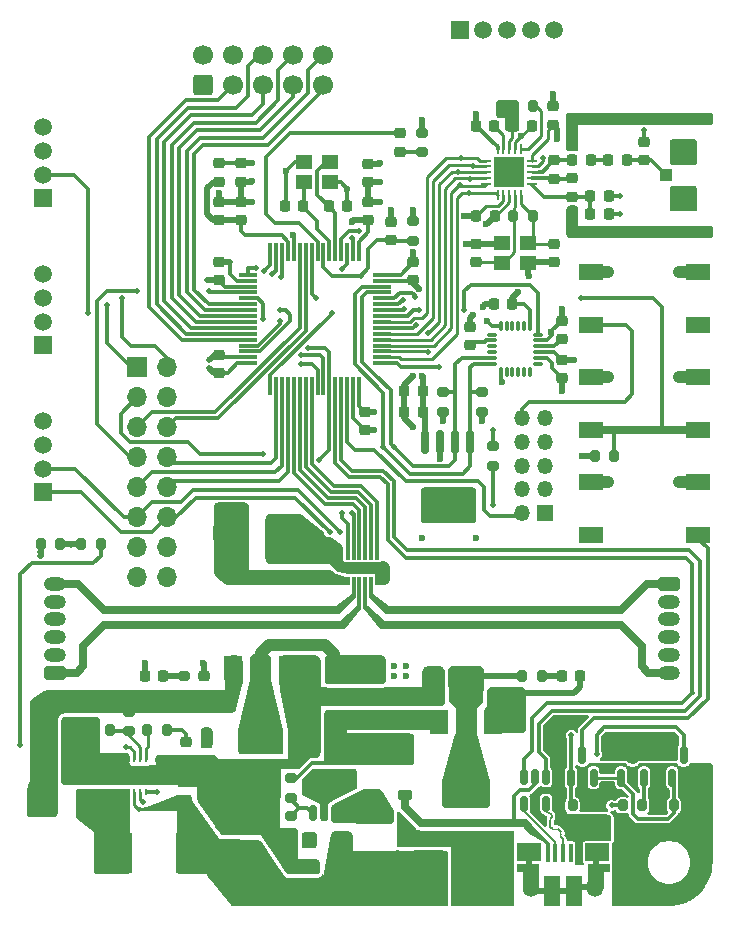
<source format=gtl>
G04 #@! TF.GenerationSoftware,KiCad,Pcbnew,7.0.1*
G04 #@! TF.CreationDate,2023-10-12T07:55:19+02:00*
G04 #@! TF.ProjectId,Drv_board,4472765f-626f-4617-9264-2e6b69636164,rev?*
G04 #@! TF.SameCoordinates,Original*
G04 #@! TF.FileFunction,Copper,L1,Top*
G04 #@! TF.FilePolarity,Positive*
%FSLAX46Y46*%
G04 Gerber Fmt 4.6, Leading zero omitted, Abs format (unit mm)*
G04 Created by KiCad (PCBNEW 7.0.1) date 2023-10-12 07:55:19*
%MOMM*%
%LPD*%
G01*
G04 APERTURE LIST*
G04 Aperture macros list*
%AMRoundRect*
0 Rectangle with rounded corners*
0 $1 Rounding radius*
0 $2 $3 $4 $5 $6 $7 $8 $9 X,Y pos of 4 corners*
0 Add a 4 corners polygon primitive as box body*
4,1,4,$2,$3,$4,$5,$6,$7,$8,$9,$2,$3,0*
0 Add four circle primitives for the rounded corners*
1,1,$1+$1,$2,$3*
1,1,$1+$1,$4,$5*
1,1,$1+$1,$6,$7*
1,1,$1+$1,$8,$9*
0 Add four rect primitives between the rounded corners*
20,1,$1+$1,$2,$3,$4,$5,0*
20,1,$1+$1,$4,$5,$6,$7,0*
20,1,$1+$1,$6,$7,$8,$9,0*
20,1,$1+$1,$8,$9,$2,$3,0*%
G04 Aperture macros list end*
G04 #@! TA.AperFunction,SMDPad,CuDef*
%ADD10RoundRect,0.200000X-0.200000X-0.275000X0.200000X-0.275000X0.200000X0.275000X-0.200000X0.275000X0*%
G04 #@! TD*
G04 #@! TA.AperFunction,ComponentPad*
%ADD11R,1.500000X1.500000*%
G04 #@! TD*
G04 #@! TA.AperFunction,ComponentPad*
%ADD12C,1.500000*%
G04 #@! TD*
G04 #@! TA.AperFunction,SMDPad,CuDef*
%ADD13RoundRect,0.225000X-0.250000X0.225000X-0.250000X-0.225000X0.250000X-0.225000X0.250000X0.225000X0*%
G04 #@! TD*
G04 #@! TA.AperFunction,SMDPad,CuDef*
%ADD14RoundRect,0.200000X-0.275000X0.200000X-0.275000X-0.200000X0.275000X-0.200000X0.275000X0.200000X0*%
G04 #@! TD*
G04 #@! TA.AperFunction,SMDPad,CuDef*
%ADD15RoundRect,0.225000X0.225000X0.250000X-0.225000X0.250000X-0.225000X-0.250000X0.225000X-0.250000X0*%
G04 #@! TD*
G04 #@! TA.AperFunction,SMDPad,CuDef*
%ADD16R,1.500000X2.000000*%
G04 #@! TD*
G04 #@! TA.AperFunction,SMDPad,CuDef*
%ADD17R,3.800000X2.000000*%
G04 #@! TD*
G04 #@! TA.AperFunction,ComponentPad*
%ADD18R,1.350000X1.350000*%
G04 #@! TD*
G04 #@! TA.AperFunction,ComponentPad*
%ADD19O,1.350000X1.350000*%
G04 #@! TD*
G04 #@! TA.AperFunction,SMDPad,CuDef*
%ADD20RoundRect,0.250000X-0.475000X0.250000X-0.475000X-0.250000X0.475000X-0.250000X0.475000X0.250000X0*%
G04 #@! TD*
G04 #@! TA.AperFunction,SMDPad,CuDef*
%ADD21R,0.400000X1.650000*%
G04 #@! TD*
G04 #@! TA.AperFunction,SMDPad,CuDef*
%ADD22R,1.825000X0.700000*%
G04 #@! TD*
G04 #@! TA.AperFunction,SMDPad,CuDef*
%ADD23R,2.000000X1.500000*%
G04 #@! TD*
G04 #@! TA.AperFunction,SMDPad,CuDef*
%ADD24R,1.350000X2.000000*%
G04 #@! TD*
G04 #@! TA.AperFunction,ComponentPad*
%ADD25O,1.350000X1.700000*%
G04 #@! TD*
G04 #@! TA.AperFunction,ComponentPad*
%ADD26O,1.100000X1.500000*%
G04 #@! TD*
G04 #@! TA.AperFunction,SMDPad,CuDef*
%ADD27R,1.430000X2.500000*%
G04 #@! TD*
G04 #@! TA.AperFunction,ComponentPad*
%ADD28RoundRect,0.250000X0.685000X-0.335000X0.685000X0.335000X-0.685000X0.335000X-0.685000X-0.335000X0*%
G04 #@! TD*
G04 #@! TA.AperFunction,ComponentPad*
%ADD29O,1.870000X1.170000*%
G04 #@! TD*
G04 #@! TA.AperFunction,ComponentPad*
%ADD30RoundRect,0.250000X0.600000X-0.600000X0.600000X0.600000X-0.600000X0.600000X-0.600000X-0.600000X0*%
G04 #@! TD*
G04 #@! TA.AperFunction,ComponentPad*
%ADD31C,1.700000*%
G04 #@! TD*
G04 #@! TA.AperFunction,SMDPad,CuDef*
%ADD32RoundRect,0.225000X0.250000X-0.225000X0.250000X0.225000X-0.250000X0.225000X-0.250000X-0.225000X0*%
G04 #@! TD*
G04 #@! TA.AperFunction,SMDPad,CuDef*
%ADD33RoundRect,0.200000X0.275000X-0.200000X0.275000X0.200000X-0.275000X0.200000X-0.275000X-0.200000X0*%
G04 #@! TD*
G04 #@! TA.AperFunction,SMDPad,CuDef*
%ADD34RoundRect,0.150000X0.150000X-0.587500X0.150000X0.587500X-0.150000X0.587500X-0.150000X-0.587500X0*%
G04 #@! TD*
G04 #@! TA.AperFunction,SMDPad,CuDef*
%ADD35RoundRect,0.200000X0.200000X0.275000X-0.200000X0.275000X-0.200000X-0.275000X0.200000X-0.275000X0*%
G04 #@! TD*
G04 #@! TA.AperFunction,SMDPad,CuDef*
%ADD36RoundRect,0.218750X-0.256250X0.218750X-0.256250X-0.218750X0.256250X-0.218750X0.256250X0.218750X0*%
G04 #@! TD*
G04 #@! TA.AperFunction,SMDPad,CuDef*
%ADD37R,2.100000X1.400000*%
G04 #@! TD*
G04 #@! TA.AperFunction,SMDPad,CuDef*
%ADD38RoundRect,0.250000X-0.250000X-0.475000X0.250000X-0.475000X0.250000X0.475000X-0.250000X0.475000X0*%
G04 #@! TD*
G04 #@! TA.AperFunction,SMDPad,CuDef*
%ADD39RoundRect,0.225000X-0.375000X0.225000X-0.375000X-0.225000X0.375000X-0.225000X0.375000X0.225000X0*%
G04 #@! TD*
G04 #@! TA.AperFunction,SMDPad,CuDef*
%ADD40R,2.350000X3.500000*%
G04 #@! TD*
G04 #@! TA.AperFunction,SMDPad,CuDef*
%ADD41RoundRect,0.075000X-0.075000X0.700000X-0.075000X-0.700000X0.075000X-0.700000X0.075000X0.700000X0*%
G04 #@! TD*
G04 #@! TA.AperFunction,SMDPad,CuDef*
%ADD42RoundRect,0.075000X-0.700000X0.075000X-0.700000X-0.075000X0.700000X-0.075000X0.700000X0.075000X0*%
G04 #@! TD*
G04 #@! TA.AperFunction,ComponentPad*
%ADD43R,2.400000X2.400000*%
G04 #@! TD*
G04 #@! TA.AperFunction,ComponentPad*
%ADD44C,2.400000*%
G04 #@! TD*
G04 #@! TA.AperFunction,SMDPad,CuDef*
%ADD45RoundRect,0.250000X-0.450000X-0.800000X0.450000X-0.800000X0.450000X0.800000X-0.450000X0.800000X0*%
G04 #@! TD*
G04 #@! TA.AperFunction,SMDPad,CuDef*
%ADD46RoundRect,0.225000X-0.225000X-0.250000X0.225000X-0.250000X0.225000X0.250000X-0.225000X0.250000X0*%
G04 #@! TD*
G04 #@! TA.AperFunction,ComponentPad*
%ADD47R,1.700000X1.700000*%
G04 #@! TD*
G04 #@! TA.AperFunction,ComponentPad*
%ADD48O,1.700000X1.700000*%
G04 #@! TD*
G04 #@! TA.AperFunction,SMDPad,CuDef*
%ADD49RoundRect,0.150000X0.150000X-0.825000X0.150000X0.825000X-0.150000X0.825000X-0.150000X-0.825000X0*%
G04 #@! TD*
G04 #@! TA.AperFunction,SMDPad,CuDef*
%ADD50RoundRect,0.218750X0.256250X-0.218750X0.256250X0.218750X-0.256250X0.218750X-0.256250X-0.218750X0*%
G04 #@! TD*
G04 #@! TA.AperFunction,SMDPad,CuDef*
%ADD51R,0.300000X0.700000*%
G04 #@! TD*
G04 #@! TA.AperFunction,SMDPad,CuDef*
%ADD52R,2.100000X1.000000*%
G04 #@! TD*
G04 #@! TA.AperFunction,ComponentPad*
%ADD53RoundRect,0.250000X-0.685000X0.335000X-0.685000X-0.335000X0.685000X-0.335000X0.685000X0.335000X0*%
G04 #@! TD*
G04 #@! TA.AperFunction,SMDPad,CuDef*
%ADD54RoundRect,0.218750X-0.218750X-0.256250X0.218750X-0.256250X0.218750X0.256250X-0.218750X0.256250X0*%
G04 #@! TD*
G04 #@! TA.AperFunction,SMDPad,CuDef*
%ADD55RoundRect,0.250000X1.450000X-0.312500X1.450000X0.312500X-1.450000X0.312500X-1.450000X-0.312500X0*%
G04 #@! TD*
G04 #@! TA.AperFunction,SMDPad,CuDef*
%ADD56R,1.400000X1.200000*%
G04 #@! TD*
G04 #@! TA.AperFunction,SMDPad,CuDef*
%ADD57RoundRect,0.062500X-0.350000X-0.062500X0.350000X-0.062500X0.350000X0.062500X-0.350000X0.062500X0*%
G04 #@! TD*
G04 #@! TA.AperFunction,SMDPad,CuDef*
%ADD58RoundRect,0.062500X-0.062500X-0.350000X0.062500X-0.350000X0.062500X0.350000X-0.062500X0.350000X0*%
G04 #@! TD*
G04 #@! TA.AperFunction,SMDPad,CuDef*
%ADD59R,2.500000X2.500000*%
G04 #@! TD*
G04 #@! TA.AperFunction,SMDPad,CuDef*
%ADD60RoundRect,0.075000X0.075000X-0.350000X0.075000X0.350000X-0.075000X0.350000X-0.075000X-0.350000X0*%
G04 #@! TD*
G04 #@! TA.AperFunction,SMDPad,CuDef*
%ADD61RoundRect,0.075000X0.350000X0.075000X-0.350000X0.075000X-0.350000X-0.075000X0.350000X-0.075000X0*%
G04 #@! TD*
G04 #@! TA.AperFunction,SMDPad,CuDef*
%ADD62RoundRect,0.150000X0.150000X-0.512500X0.150000X0.512500X-0.150000X0.512500X-0.150000X-0.512500X0*%
G04 #@! TD*
G04 #@! TA.AperFunction,SMDPad,CuDef*
%ADD63RoundRect,0.150000X-0.150000X0.512500X-0.150000X-0.512500X0.150000X-0.512500X0.150000X0.512500X0*%
G04 #@! TD*
G04 #@! TA.AperFunction,SMDPad,CuDef*
%ADD64RoundRect,0.250000X-1.250000X-0.550000X1.250000X-0.550000X1.250000X0.550000X-1.250000X0.550000X0*%
G04 #@! TD*
G04 #@! TA.AperFunction,SMDPad,CuDef*
%ADD65RoundRect,0.218750X0.218750X0.256250X-0.218750X0.256250X-0.218750X-0.256250X0.218750X-0.256250X0*%
G04 #@! TD*
G04 #@! TA.AperFunction,SMDPad,CuDef*
%ADD66R,0.240000X0.600000*%
G04 #@! TD*
G04 #@! TA.AperFunction,SMDPad,CuDef*
%ADD67R,2.400000X1.650000*%
G04 #@! TD*
G04 #@! TA.AperFunction,SMDPad,CuDef*
%ADD68R,0.500000X0.250000*%
G04 #@! TD*
G04 #@! TA.AperFunction,SMDPad,CuDef*
%ADD69R,2.200000X1.050000*%
G04 #@! TD*
G04 #@! TA.AperFunction,SMDPad,CuDef*
%ADD70R,1.050000X1.000000*%
G04 #@! TD*
G04 #@! TA.AperFunction,ViaPad*
%ADD71C,0.600000*%
G04 #@! TD*
G04 #@! TA.AperFunction,ViaPad*
%ADD72C,0.500000*%
G04 #@! TD*
G04 #@! TA.AperFunction,Conductor*
%ADD73C,0.250000*%
G04 #@! TD*
G04 #@! TA.AperFunction,Conductor*
%ADD74C,0.300000*%
G04 #@! TD*
G04 #@! TA.AperFunction,Conductor*
%ADD75C,0.500000*%
G04 #@! TD*
G04 #@! TA.AperFunction,Conductor*
%ADD76C,1.000000*%
G04 #@! TD*
G04 #@! TA.AperFunction,Conductor*
%ADD77C,0.700000*%
G04 #@! TD*
G04 #@! TA.AperFunction,Conductor*
%ADD78C,0.349250*%
G04 #@! TD*
G04 #@! TA.AperFunction,Conductor*
%ADD79C,0.200000*%
G04 #@! TD*
G04 APERTURE END LIST*
D10*
X143574000Y-127254000D03*
X145224000Y-127254000D03*
D11*
X138294000Y-72560000D03*
D12*
X140294000Y-72560000D03*
X142294000Y-72560000D03*
X144294000Y-72560000D03*
X146294000Y-72560000D03*
D13*
X146927000Y-100444000D03*
X146927000Y-101994000D03*
X146304000Y-90665000D03*
X146304000Y-92215000D03*
D14*
X134366000Y-88710000D03*
X134366000Y-90360000D03*
D15*
X127571800Y-143459200D03*
X126021800Y-143459200D03*
X135141000Y-103124000D03*
X133591000Y-103124000D03*
D13*
X115074200Y-132843000D03*
X115074200Y-134393000D03*
X116852200Y-132843000D03*
X116852200Y-134393000D03*
D10*
X149734000Y-108585000D03*
X151384000Y-108585000D03*
D16*
X123724200Y-126531000D03*
X121424200Y-126531000D03*
D17*
X121424200Y-132831000D03*
D16*
X119124200Y-126531000D03*
D13*
X146927000Y-97142000D03*
X146927000Y-98692000D03*
D18*
X145542000Y-113410000D03*
D19*
X143542000Y-113410000D03*
X145542000Y-111410000D03*
X143542000Y-111410000D03*
X145542000Y-109410000D03*
X143542000Y-109410000D03*
X145542000Y-107410000D03*
X143542000Y-107410000D03*
X145542000Y-105410000D03*
X143542000Y-105410000D03*
D14*
X110248200Y-130253000D03*
X110248200Y-131903000D03*
D20*
X127672600Y-134192000D03*
X127672600Y-136092000D03*
D21*
X145741000Y-142253000D03*
X146391000Y-142253000D03*
X147041000Y-142253000D03*
X147691000Y-142253000D03*
X148341000Y-142253000D03*
D22*
X144091000Y-143453000D03*
D23*
X144191000Y-142153000D03*
D24*
X144311000Y-144203000D03*
D25*
X144311000Y-145133000D03*
D26*
X144621000Y-142133000D03*
D27*
X146081000Y-145403000D03*
X148001000Y-145403000D03*
D26*
X149461000Y-142133000D03*
D25*
X149771000Y-145133000D03*
D24*
X149791000Y-144203000D03*
D23*
X149941000Y-142133000D03*
D22*
X150041000Y-143453000D03*
D15*
X127647200Y-131967000D03*
X126097200Y-131967000D03*
D28*
X104000000Y-126940000D03*
D29*
X104000000Y-125440000D03*
X104000000Y-123940000D03*
X104000000Y-122440000D03*
X104000000Y-120940000D03*
X104000000Y-119440000D03*
D30*
X116586000Y-77206500D03*
D31*
X116586000Y-74666500D03*
X119126000Y-77206500D03*
X119126000Y-74666500D03*
X121666000Y-77206500D03*
X121666000Y-74666500D03*
X124206000Y-77206500D03*
X124206000Y-74666500D03*
X126746000Y-77206500D03*
X126746000Y-74666500D03*
D32*
X118872000Y-141694200D03*
X118872000Y-140144200D03*
D13*
X127647200Y-127128000D03*
X127647200Y-128678000D03*
D15*
X125015000Y-87464000D03*
X123465000Y-87464000D03*
D33*
X135128000Y-82867000D03*
X135128000Y-81217000D03*
D32*
X117906800Y-101562200D03*
X117906800Y-100012200D03*
X153924000Y-83579000D03*
X153924000Y-82029000D03*
D34*
X156288200Y-135825500D03*
X158188200Y-135825500D03*
X157238200Y-133950500D03*
D35*
X158063200Y-138188000D03*
X156413200Y-138188000D03*
D15*
X141230008Y-80645000D03*
X139680008Y-80645000D03*
D36*
X133223000Y-81254500D03*
X133223000Y-82829500D03*
D10*
X111836200Y-131840000D03*
X113486200Y-131840000D03*
D37*
X149374000Y-93000000D03*
X158474000Y-93000000D03*
X149374000Y-97500000D03*
X158474000Y-97500000D03*
D13*
X130556000Y-83857800D03*
X130556000Y-85407800D03*
D38*
X103456200Y-134126000D03*
X105356200Y-134126000D03*
D39*
X131000000Y-134000000D03*
X131000000Y-137300000D03*
D40*
X115437200Y-142254000D03*
X109377200Y-142254000D03*
D41*
X129750000Y-91325000D03*
X129250000Y-91325000D03*
X128750000Y-91325000D03*
X128250000Y-91325000D03*
X127750000Y-91325000D03*
X127250000Y-91325000D03*
X126750000Y-91325000D03*
X126250000Y-91325000D03*
X125750000Y-91325000D03*
X125250000Y-91325000D03*
X124750000Y-91325000D03*
X124250000Y-91325000D03*
X123750000Y-91325000D03*
X123250000Y-91325000D03*
X122750000Y-91325000D03*
X122250000Y-91325000D03*
D42*
X120325000Y-93250000D03*
X120325000Y-93750000D03*
X120325000Y-94250000D03*
X120325000Y-94750000D03*
X120325000Y-95250000D03*
X120325000Y-95750000D03*
X120325000Y-96250000D03*
X120325000Y-96750000D03*
X120325000Y-97250000D03*
X120325000Y-97750000D03*
X120325000Y-98250000D03*
X120325000Y-98750000D03*
X120325000Y-99250000D03*
X120325000Y-99750000D03*
X120325000Y-100250000D03*
X120325000Y-100750000D03*
D41*
X122250000Y-102675000D03*
X122750000Y-102675000D03*
X123250000Y-102675000D03*
X123750000Y-102675000D03*
X124250000Y-102675000D03*
X124750000Y-102675000D03*
X125250000Y-102675000D03*
X125750000Y-102675000D03*
X126250000Y-102675000D03*
X126750000Y-102675000D03*
X127250000Y-102675000D03*
X127750000Y-102675000D03*
X128250000Y-102675000D03*
X128750000Y-102675000D03*
X129250000Y-102675000D03*
X129750000Y-102675000D03*
D42*
X131675000Y-100750000D03*
X131675000Y-100250000D03*
X131675000Y-99750000D03*
X131675000Y-99250000D03*
X131675000Y-98750000D03*
X131675000Y-98250000D03*
X131675000Y-97750000D03*
X131675000Y-97250000D03*
X131675000Y-96750000D03*
X131675000Y-96250000D03*
X131675000Y-95750000D03*
X131675000Y-95250000D03*
X131675000Y-94750000D03*
X131675000Y-94250000D03*
X131675000Y-93750000D03*
X131675000Y-93250000D03*
D43*
X135648200Y-143191000D03*
D44*
X139148200Y-143191000D03*
D36*
X147828000Y-85064500D03*
X147828000Y-86639500D03*
D45*
X102333200Y-138190000D03*
X106733200Y-138190000D03*
D32*
X127000000Y-118665000D03*
X127000000Y-117115000D03*
D46*
X142855008Y-80645000D03*
X144405008Y-80645000D03*
D47*
X110998000Y-101087000D03*
D48*
X113538000Y-101087000D03*
X110998000Y-103627000D03*
X113538000Y-103627000D03*
X110998000Y-106167000D03*
X113538000Y-106167000D03*
X110998000Y-108707000D03*
X113538000Y-108707000D03*
X110998000Y-111247000D03*
X113538000Y-111247000D03*
X110998000Y-113787000D03*
X113538000Y-113787000D03*
X110998000Y-116327000D03*
X113538000Y-116327000D03*
X110998000Y-118867000D03*
X113538000Y-118867000D03*
D39*
X133616200Y-134000000D03*
X133616200Y-137300000D03*
D14*
X123964200Y-139066800D03*
X123964200Y-140716800D03*
D13*
X134366000Y-92189000D03*
X134366000Y-93739000D03*
D34*
X151970200Y-135825500D03*
X153870200Y-135825500D03*
X152920200Y-133950500D03*
D49*
X135382000Y-112330000D03*
X136652000Y-112330000D03*
X137922000Y-112330000D03*
X139192000Y-112330000D03*
X139192000Y-107380000D03*
X137922000Y-107380000D03*
X136652000Y-107380000D03*
X135382000Y-107380000D03*
D46*
X150863000Y-83566000D03*
X152413000Y-83566000D03*
D11*
X103040000Y-99212000D03*
D12*
X103040000Y-97212000D03*
X103040000Y-95212000D03*
X103040000Y-93212000D03*
D50*
X117906800Y-85382500D03*
X117906800Y-83807500D03*
D10*
X102807000Y-116078000D03*
X104457000Y-116078000D03*
D13*
X130302000Y-104889000D03*
X130302000Y-106439000D03*
D51*
X128798000Y-119160000D03*
X129298000Y-119160000D03*
X129798000Y-119160000D03*
X130298000Y-119160000D03*
X130798000Y-119160000D03*
X131298000Y-119160000D03*
X131298000Y-117060000D03*
X130798000Y-117060000D03*
X130298000Y-117060000D03*
X129798000Y-117060000D03*
X129298000Y-117060000D03*
X128798000Y-117060000D03*
D52*
X130000000Y-118110000D03*
D13*
X119735600Y-83820000D03*
X119735600Y-85370000D03*
D46*
X141199000Y-95758000D03*
X142749000Y-95758000D03*
D13*
X139192000Y-97650000D03*
X139192000Y-99200000D03*
D32*
X119735600Y-88634200D03*
X119735600Y-87084200D03*
D11*
X103047800Y-111664000D03*
D12*
X103047800Y-109664000D03*
X103047800Y-107664000D03*
X103047800Y-105664000D03*
D37*
X149374000Y-110780000D03*
X158474000Y-110780000D03*
X149374000Y-115280000D03*
X158474000Y-115280000D03*
D15*
X137820200Y-128919000D03*
X136270200Y-128919000D03*
D32*
X125222000Y-118665000D03*
X125222000Y-117115000D03*
D34*
X147718200Y-135825500D03*
X149618200Y-135825500D03*
X148668200Y-133950500D03*
D53*
X156000000Y-119440000D03*
D29*
X156000000Y-120940000D03*
X156000000Y-122440000D03*
X156000000Y-123940000D03*
X156000000Y-125440000D03*
X156000000Y-126940000D03*
D35*
X108660200Y-131840000D03*
X107010200Y-131840000D03*
D54*
X147802500Y-83566000D03*
X149377500Y-83566000D03*
D32*
X132461000Y-90310000D03*
X132461000Y-88760000D03*
D38*
X103456200Y-131840000D03*
X105356200Y-131840000D03*
D32*
X116598200Y-128805000D03*
X116598200Y-127255000D03*
D46*
X127215600Y-87464000D03*
X128765600Y-87464000D03*
D55*
X131000000Y-143400900D03*
X131000000Y-139125900D03*
D32*
X115074200Y-137695000D03*
X115074200Y-136145000D03*
D11*
X103040000Y-86766000D03*
D12*
X103040000Y-84766000D03*
X103040000Y-82766000D03*
X103040000Y-80766000D03*
D37*
X149374000Y-101890000D03*
X158474000Y-101890000D03*
X149374000Y-106390000D03*
X158474000Y-106390000D03*
D56*
X141902000Y-92290000D03*
X144102000Y-92290000D03*
X144102000Y-90590000D03*
X141902000Y-90590000D03*
D15*
X150889000Y-88138000D03*
X149339000Y-88138000D03*
X135141000Y-104902000D03*
X133591000Y-104902000D03*
D32*
X139700000Y-92215000D03*
X139700000Y-90665000D03*
D14*
X123964200Y-135891800D03*
X123964200Y-137541800D03*
X141097000Y-107760000D03*
X141097000Y-109410000D03*
D54*
X111607500Y-127254000D03*
X113182500Y-127254000D03*
D57*
X140556500Y-83582000D03*
X140556500Y-84082000D03*
X140556500Y-84582000D03*
X140556500Y-85082000D03*
X140556500Y-85582000D03*
D58*
X141494000Y-86519500D03*
X141994000Y-86519500D03*
X142494000Y-86519500D03*
X142994000Y-86519500D03*
X143494000Y-86519500D03*
D57*
X144431500Y-85582000D03*
X144431500Y-85082000D03*
X144431500Y-84582000D03*
X144431500Y-84082000D03*
X144431500Y-83582000D03*
D58*
X143494000Y-82644500D03*
X142994000Y-82644500D03*
X142494000Y-82644500D03*
X141994000Y-82644500D03*
X141494000Y-82644500D03*
D59*
X142494000Y-84582000D03*
D46*
X139687000Y-88265000D03*
X141237000Y-88265000D03*
D10*
X142812000Y-88265000D03*
X144462000Y-88265000D03*
D60*
X141752000Y-101518000D03*
X142252000Y-101518000D03*
X142752000Y-101518000D03*
X143252000Y-101518000D03*
X143752000Y-101518000D03*
X144252000Y-101518000D03*
D61*
X144952000Y-100818000D03*
X144952000Y-100318000D03*
X144952000Y-99818000D03*
X144952000Y-99318000D03*
X144952000Y-98818000D03*
X144952000Y-98318000D03*
D60*
X144252000Y-97618000D03*
X143752000Y-97618000D03*
X143252000Y-97618000D03*
X142752000Y-97618000D03*
X142252000Y-97618000D03*
X141752000Y-97618000D03*
D61*
X141052000Y-98318000D03*
X141052000Y-98818000D03*
X141052000Y-99318000D03*
X141052000Y-99818000D03*
X141052000Y-100318000D03*
X141052000Y-100818000D03*
D33*
X114935000Y-128841000D03*
X114935000Y-127191000D03*
D56*
X127288000Y-83732000D03*
X125088000Y-83732000D03*
X125088000Y-85432000D03*
X127288000Y-85432000D03*
D32*
X117906800Y-88621200D03*
X117906800Y-87071200D03*
D13*
X129425200Y-127128000D03*
X129425200Y-128678000D03*
D62*
X143715200Y-138057500D03*
X144665200Y-138057500D03*
X145615200Y-138057500D03*
X145615200Y-135782500D03*
X144665200Y-135782500D03*
X143715200Y-135782500D03*
D46*
X139826200Y-128919000D03*
X141376200Y-128919000D03*
D32*
X117909600Y-93739000D03*
X117909600Y-92189000D03*
X130556000Y-88659000D03*
X130556000Y-87109000D03*
D10*
X106236000Y-116078000D03*
X107886000Y-116078000D03*
D36*
X146304000Y-83540500D03*
X146304000Y-85115500D03*
D10*
X142805008Y-78994000D03*
X144455008Y-78994000D03*
D63*
X127759000Y-138855900D03*
X126809000Y-138855900D03*
X125859000Y-138855900D03*
X125859000Y-141130900D03*
X127759000Y-141130900D03*
D64*
X118958000Y-115096000D03*
X123358000Y-115096000D03*
D65*
X148488500Y-127254000D03*
X146913500Y-127254000D03*
D15*
X150889000Y-86614000D03*
X149339000Y-86614000D03*
D32*
X120662200Y-141694200D03*
X120662200Y-140144200D03*
X146195408Y-80556400D03*
X146195408Y-79006400D03*
D66*
X111748200Y-134247000D03*
X111248200Y-134247000D03*
X110748200Y-134247000D03*
X110248200Y-134247000D03*
X109748200Y-134247000D03*
X109748200Y-137047000D03*
X110248200Y-137047000D03*
X110748200Y-137047000D03*
X111248200Y-137047000D03*
X111748200Y-137047000D03*
D67*
X110748200Y-135647000D03*
D68*
X109298200Y-135397000D03*
X109298200Y-135897000D03*
X112198200Y-135897000D03*
X112198200Y-135397000D03*
D33*
X140208000Y-104838000D03*
X140208000Y-103188000D03*
D16*
X141123200Y-131103000D03*
X138823200Y-131103000D03*
D17*
X138823200Y-137403000D03*
D16*
X136523200Y-131103000D03*
D69*
X157226000Y-83361000D03*
X157226000Y-86311000D03*
D70*
X155726000Y-84836000D03*
D35*
X149493200Y-138190000D03*
X147843200Y-138190000D03*
X153745200Y-138188000D03*
X152095200Y-138188000D03*
D33*
X136906000Y-104838000D03*
X136906000Y-103188000D03*
D71*
X115074200Y-139206000D03*
X117729000Y-142748000D03*
X127101600Y-144983200D03*
X121412000Y-142748000D03*
X123672600Y-144983200D03*
D72*
X101092000Y-133096000D03*
D71*
X152666200Y-144286000D03*
X119938800Y-144983200D03*
X152666200Y-140222000D03*
X130911600Y-144983200D03*
X155194000Y-137160000D03*
X148602200Y-136158000D03*
X156730200Y-140222000D03*
X118618000Y-138684000D03*
X116713000Y-135382000D03*
X142113000Y-143256000D03*
X124206000Y-89916000D03*
X156464000Y-82194400D03*
X148844000Y-140208000D03*
X116713000Y-136779000D03*
X150876000Y-101890000D03*
X158750000Y-89611200D03*
X143395200Y-131586000D03*
X105410000Y-135763000D03*
X146558000Y-131318000D03*
X147828000Y-89611200D03*
X139700000Y-79603600D03*
X131572000Y-85394800D03*
X143395200Y-128665000D03*
X158750000Y-80060800D03*
X150876000Y-93000000D03*
D72*
X129235200Y-118110000D03*
D71*
X146202400Y-77927200D03*
X150012400Y-89611200D03*
X122428000Y-140589000D03*
X142113000Y-145415000D03*
D72*
X110121200Y-135650000D03*
D71*
X122301000Y-113919000D03*
X136601200Y-127889000D03*
X150876000Y-110780000D03*
X156565600Y-89611200D03*
X111607600Y-126085600D03*
X124206000Y-128143000D03*
D72*
X118872000Y-92202000D03*
D71*
X136525000Y-141097000D03*
X134366000Y-106172000D03*
D72*
X130759200Y-118110000D03*
D71*
X142113000Y-141097000D03*
X132461000Y-87757000D03*
X140505534Y-88930474D03*
X124206000Y-134493000D03*
X125869200Y-135878600D03*
X144145000Y-93322000D03*
X156565600Y-80060800D03*
X120523000Y-136779000D03*
X120691467Y-85357340D03*
X139319000Y-145415000D03*
X135534400Y-126847600D03*
X106680000Y-135763000D03*
X139446000Y-96647000D03*
X155448000Y-132842000D03*
D72*
X111391200Y-135650000D03*
D71*
X143395200Y-130062000D03*
X147828000Y-82245200D03*
X122428000Y-138684000D03*
X127014500Y-115951000D03*
X117906800Y-86319500D03*
X151892000Y-132842000D03*
X113310700Y-134366000D03*
X122428000Y-136779000D03*
X136601200Y-126847600D03*
X156885200Y-93000000D03*
X130556000Y-129032000D03*
X139319000Y-113919000D03*
X108204000Y-134366000D03*
X131953000Y-119126000D03*
X120523000Y-134874000D03*
X138811000Y-90678000D03*
X122301000Y-116967000D03*
X147828000Y-80060800D03*
X113310700Y-135890000D03*
X106680000Y-134366000D03*
X118618000Y-134874000D03*
X123571000Y-84468200D03*
X147828000Y-87833200D03*
X135382000Y-113919000D03*
X157988000Y-82194400D03*
D72*
X102768400Y-117068600D03*
D71*
X157988000Y-87477600D03*
X147943000Y-100457000D03*
X146927000Y-96139000D03*
X128765600Y-85979800D03*
X146032841Y-98135398D03*
X125603000Y-133096000D03*
X124333000Y-143510000D03*
X124460000Y-113919000D03*
D72*
X117094000Y-100457000D03*
D71*
X140258800Y-95961200D03*
X124206000Y-130048000D03*
X118618000Y-136779000D03*
X123444000Y-116967000D03*
X131064000Y-106426000D03*
X140690600Y-90680400D03*
X131559000Y-87109000D03*
X152196800Y-80060800D03*
X140589000Y-97155000D03*
X154381200Y-89611200D03*
X156464000Y-87477600D03*
X131953000Y-117983000D03*
X106692200Y-132969000D03*
X120523000Y-138684000D03*
X156885200Y-110780000D03*
X154381200Y-80060800D03*
X124206000Y-132080000D03*
X134874000Y-94488000D03*
X123418600Y-113893600D03*
X135098000Y-115570000D03*
X120700800Y-87084200D03*
D72*
X151892000Y-86614000D03*
D71*
X146558000Y-136906000D03*
D72*
X130048000Y-118110000D03*
D71*
X116586000Y-126111000D03*
X150012400Y-80060800D03*
X156885200Y-101890000D03*
D72*
X145313233Y-83337233D03*
D71*
X129044200Y-135904000D03*
D72*
X151892000Y-88138000D03*
D71*
X145364200Y-92204400D03*
X127012200Y-137428000D03*
X136652000Y-108824500D03*
X152196800Y-89611200D03*
X108204000Y-135763000D03*
X122428000Y-134874000D03*
X137287000Y-113919000D03*
X133731000Y-141097000D03*
D72*
X153924000Y-81026000D03*
D71*
X134328497Y-101854000D03*
X143510000Y-81534000D03*
X141859000Y-102362000D03*
X125869200Y-137047000D03*
X139319000Y-141097000D03*
X135534400Y-127863600D03*
X123444000Y-142113000D03*
X139670000Y-115570000D03*
X146939000Y-103124000D03*
X140208000Y-105664000D03*
X131064000Y-104902000D03*
X139839200Y-127903000D03*
X135128000Y-80137000D03*
X131572000Y-83820000D03*
X134366000Y-87757000D03*
X137807200Y-127903000D03*
D72*
X116899500Y-93726000D03*
D71*
X139839200Y-126887000D03*
X134366000Y-91313000D03*
X138823200Y-127903000D03*
X141782800Y-79603600D03*
D72*
X117094000Y-101156500D03*
D71*
X138823200Y-126887000D03*
X135128000Y-101854000D03*
X141782800Y-78790800D03*
X120700800Y-83782200D03*
X143256000Y-94742000D03*
X146558000Y-81788000D03*
X148654000Y-108585000D03*
X136906000Y-105664000D03*
X129133600Y-88798400D03*
X137807200Y-126887000D03*
X138684000Y-88265000D03*
D72*
X129921000Y-93345000D03*
D71*
X133985000Y-131394200D03*
X133985000Y-130505200D03*
X135001000Y-131394200D03*
X135001000Y-130505200D03*
X112776000Y-128905000D03*
X118973600Y-113919000D03*
X117856000Y-112928400D03*
X111760000Y-128905000D03*
X120015000Y-112928400D03*
X117856000Y-113944400D03*
X120015000Y-113944400D03*
X113792000Y-129921000D03*
X113792000Y-128905000D03*
X118973600Y-112928400D03*
X112776000Y-129921000D03*
X111760000Y-129921000D03*
X131572000Y-127254000D03*
X130556000Y-126365000D03*
X130556000Y-127254000D03*
X131572000Y-126365000D03*
D72*
X116852200Y-131992400D03*
X112661200Y-137047000D03*
X125476000Y-99441000D03*
X126365000Y-108966000D03*
X147718200Y-132242500D03*
X125158000Y-140755400D03*
X110045000Y-133211600D03*
X125158000Y-141517400D03*
X111442000Y-137910600D03*
X129159000Y-90170000D03*
X129159000Y-113411000D03*
X128333500Y-92745500D03*
X128346200Y-113411000D03*
D71*
X132715000Y-126365000D03*
X133731000Y-127254000D03*
X133731000Y-126365000D03*
X132715000Y-127254000D03*
D72*
X123063000Y-96266000D03*
X123063000Y-97155000D03*
X127473000Y-96520000D03*
X127274589Y-115041411D03*
X131826000Y-107823000D03*
X128143000Y-115062000D03*
X132715000Y-107823000D03*
X123127433Y-93472000D03*
X136525000Y-101092000D03*
X134594767Y-97510767D03*
X122428000Y-93218000D03*
X106807000Y-96520000D03*
X124841000Y-100838000D03*
X124841000Y-100076000D03*
X133604000Y-96139000D03*
X133477000Y-95377000D03*
X149902200Y-133842000D03*
X141097000Y-106426000D03*
X134472672Y-95138000D03*
X141097000Y-112776000D03*
X105359200Y-116103400D03*
X121666000Y-97028000D03*
X126111000Y-95250000D03*
X151142200Y-138190000D03*
X121666000Y-108458000D03*
X129794000Y-89570000D03*
X148590000Y-95250000D03*
X108423000Y-95850000D03*
X121716800Y-92964000D03*
X121017297Y-92710000D03*
X109728000Y-95250500D03*
X139065000Y-86306000D03*
X135607819Y-98147319D03*
X135636000Y-99824500D03*
X138176000Y-84516000D03*
X138277600Y-85665000D03*
X139192000Y-85156500D03*
X139452604Y-84007500D03*
X138379200Y-83366500D03*
X134874000Y-96266000D03*
X138633500Y-96266000D03*
X110998000Y-94650500D03*
X117094000Y-94650500D03*
D73*
X110748200Y-137047000D02*
X110748200Y-138180200D01*
D74*
X107248400Y-117668600D02*
X107886000Y-117031000D01*
X102041400Y-117668600D02*
X107248400Y-117668600D01*
X107886000Y-117031000D02*
X107886000Y-116078000D01*
D73*
X110748200Y-138180200D02*
X111099600Y-138531600D01*
D74*
X158188200Y-135825500D02*
X158188200Y-138063000D01*
X101092000Y-118618000D02*
X102041400Y-117668600D01*
X101092000Y-133096000D02*
X101092000Y-118618000D01*
D75*
X119735600Y-87084200D02*
X119735600Y-85370000D01*
X140690600Y-90680400D02*
X140706000Y-90665000D01*
D76*
X150876000Y-101890000D02*
X149374000Y-101890000D01*
D74*
X146927000Y-97142000D02*
X146102000Y-97967000D01*
D75*
X133591000Y-104902000D02*
X133591000Y-103124000D01*
X134366000Y-93980000D02*
X134366000Y-93739000D01*
X148488500Y-128117500D02*
X147941000Y-128665000D01*
D74*
X124250000Y-91325000D02*
X124250000Y-89960000D01*
D75*
X139192000Y-97650000D02*
X139192000Y-96901000D01*
X130556000Y-85407800D02*
X131559000Y-85407800D01*
X146304000Y-92215000D02*
X145374800Y-92215000D01*
D74*
X145645000Y-98818000D02*
X144952000Y-98818000D01*
D75*
X139700000Y-90665000D02*
X138824000Y-90665000D01*
X133591000Y-102591497D02*
X133591000Y-103124000D01*
X117906800Y-87071200D02*
X119722600Y-87071200D01*
X139192000Y-96901000D02*
X139446000Y-96647000D01*
X120700800Y-87084200D02*
X119735600Y-87084200D01*
X140258800Y-95961200D02*
X140462000Y-95758000D01*
X119735600Y-85370000D02*
X120678807Y-85370000D01*
D73*
X144480375Y-84033125D02*
X144940883Y-84033125D01*
D75*
X147930000Y-100444000D02*
X147943000Y-100457000D01*
D73*
X145313233Y-83660775D02*
X145313233Y-83337233D01*
D75*
X136652000Y-107380000D02*
X136652000Y-108824500D01*
D76*
X150876000Y-93000000D02*
X150203000Y-93000000D01*
D73*
X146229000Y-92290000D02*
X146304000Y-92215000D01*
D74*
X141167000Y-97618000D02*
X141052000Y-97618000D01*
D73*
X144145000Y-80645000D02*
X144405008Y-80645000D01*
D74*
X120325000Y-100250000D02*
X118144600Y-100250000D01*
D77*
X104058600Y-125500000D02*
X104000000Y-125441400D01*
D75*
X139700000Y-80625008D02*
X139680008Y-80645000D01*
X133591000Y-105397000D02*
X133591000Y-104902000D01*
D74*
X128765600Y-85979800D02*
X128217800Y-85432000D01*
D75*
X118859000Y-92189000D02*
X118872000Y-92202000D01*
X141827000Y-90665000D02*
X141902000Y-90590000D01*
X117909600Y-92189000D02*
X118859000Y-92189000D01*
D78*
X150889000Y-88138000D02*
X151892000Y-88138000D01*
D74*
X141167000Y-97618000D02*
X141752000Y-97618000D01*
D78*
X150889000Y-86614000D02*
X151892000Y-86614000D01*
D75*
X130556000Y-85407800D02*
X130556000Y-87109000D01*
X134874000Y-94488000D02*
X134366000Y-93980000D01*
D76*
X150876000Y-110780000D02*
X150203000Y-110780000D01*
X156885200Y-101890000D02*
X158474000Y-101890000D01*
D74*
X141752000Y-102255000D02*
X141859000Y-102362000D01*
X134355000Y-93750000D02*
X134366000Y-93739000D01*
D76*
X123977200Y-126278000D02*
X123724200Y-126531000D01*
D75*
X145374800Y-92215000D02*
X145364200Y-92204400D01*
X139700000Y-90665000D02*
X140675200Y-90665000D01*
D74*
X144952000Y-99818000D02*
X146301000Y-99818000D01*
D75*
X120678807Y-85370000D02*
X120691467Y-85357340D01*
D74*
X118144600Y-100250000D02*
X117906800Y-100012200D01*
D75*
X140675200Y-90665000D02*
X140690600Y-90680400D01*
X134366000Y-106172000D02*
X133591000Y-105397000D01*
X139700000Y-79603600D02*
X139700000Y-80625008D01*
X117906800Y-87071200D02*
X117906800Y-86319500D01*
D74*
X141752000Y-101518000D02*
X141752000Y-102255000D01*
X141052000Y-97618000D02*
X140589000Y-97155000D01*
X128524000Y-87222400D02*
X128765600Y-87464000D01*
D75*
X146195408Y-77934192D02*
X146202400Y-77927200D01*
X134328497Y-101854000D02*
X133591000Y-102591497D01*
X132461000Y-88760000D02*
X132461000Y-87757000D01*
X140505534Y-88930474D02*
X140571526Y-88930474D01*
X116598200Y-127255000D02*
X116598200Y-126123200D01*
X145364200Y-92204400D02*
X145353600Y-92215000D01*
D74*
X131675000Y-93750000D02*
X134355000Y-93750000D01*
D75*
X117094000Y-100457000D02*
X117538800Y-100012200D01*
X130302000Y-106439000D02*
X131051000Y-106439000D01*
X117538800Y-100012200D02*
X117906800Y-100012200D01*
D73*
X144399000Y-80645000D02*
X143510000Y-81534000D01*
D76*
X156885200Y-110780000D02*
X158474000Y-110780000D01*
D74*
X141494000Y-82644500D02*
X141494000Y-82458992D01*
D75*
X140462000Y-95758000D02*
X141199000Y-95758000D01*
D73*
X142994000Y-82644500D02*
X142994000Y-82183992D01*
D75*
X102807000Y-116649000D02*
X102768400Y-116687600D01*
D76*
X156885200Y-93000000D02*
X158153000Y-93000000D01*
D75*
X131051000Y-106439000D02*
X131064000Y-106426000D01*
X131559000Y-85407800D02*
X131572000Y-85394800D01*
X111607500Y-126085700D02*
X111607500Y-127254000D01*
D78*
X153924000Y-82029000D02*
X153924000Y-81026000D01*
D74*
X124307200Y-83732000D02*
X125088000Y-83732000D01*
D75*
X102807000Y-116078000D02*
X102807000Y-117030000D01*
D73*
X144940883Y-84033125D02*
X145313233Y-83660775D01*
D75*
X140571526Y-88930474D02*
X141237000Y-88265000D01*
D73*
X141352396Y-88265000D02*
X141237000Y-88265000D01*
D75*
X138824000Y-90665000D02*
X138811000Y-90678000D01*
D73*
X142994000Y-82050000D02*
X143510000Y-81534000D01*
D74*
X118872000Y-93173041D02*
X118872000Y-92202000D01*
D75*
X131559000Y-87109000D02*
X130556000Y-87109000D01*
X111607600Y-126085600D02*
X111607500Y-126085700D01*
D74*
X120325000Y-93750000D02*
X119448959Y-93750000D01*
X123571000Y-87358000D02*
X123465000Y-87464000D01*
X124250000Y-89960000D02*
X124206000Y-89916000D01*
X128217800Y-85432000D02*
X127288000Y-85432000D01*
X119448959Y-93750000D02*
X118872000Y-93173041D01*
X123571000Y-84468200D02*
X124307200Y-83732000D01*
D75*
X147941000Y-128665000D02*
X143395200Y-128665000D01*
X119722600Y-87071200D02*
X119735600Y-87084200D01*
X146195408Y-79006400D02*
X146195408Y-77934192D01*
D73*
X144431500Y-84082000D02*
X144480375Y-84033125D01*
D74*
X146301000Y-99818000D02*
X146927000Y-100444000D01*
D73*
X142494000Y-86519500D02*
X142494000Y-87123396D01*
D75*
X146927000Y-100444000D02*
X147930000Y-100444000D01*
D74*
X128765600Y-85979800D02*
X128765600Y-87464000D01*
D73*
X142494000Y-87123396D02*
X141352396Y-88265000D01*
D75*
X144177000Y-92215000D02*
X144102000Y-92290000D01*
D74*
X141494000Y-82458992D02*
X139680008Y-80645000D01*
X123571000Y-84468200D02*
X123571000Y-87358000D01*
D73*
X144405008Y-80645000D02*
X144399000Y-80645000D01*
D74*
X129250000Y-105387000D02*
X130302000Y-106439000D01*
D73*
X142994000Y-82183992D02*
X142994000Y-82050000D01*
D74*
X129250000Y-102675000D02*
X129250000Y-105387000D01*
D75*
X140706000Y-90665000D02*
X141827000Y-90665000D01*
X116598200Y-126123200D02*
X116586000Y-126111000D01*
X144102000Y-92290000D02*
X144102000Y-93279000D01*
X148488500Y-127254000D02*
X148488500Y-128117500D01*
X145353600Y-92215000D02*
X144177000Y-92215000D01*
D74*
X146102000Y-97967000D02*
X146102000Y-98361000D01*
D75*
X146927000Y-97142000D02*
X146927000Y-96139000D01*
D74*
X146102000Y-98361000D02*
X145645000Y-98818000D01*
D75*
X117909600Y-93739000D02*
X116912500Y-93739000D01*
X116912500Y-93739000D02*
X116899500Y-93726000D01*
X136906000Y-104838000D02*
X136906000Y-105664000D01*
D74*
X131675000Y-93250000D02*
X133305000Y-93250000D01*
X117906800Y-83807500D02*
X119723100Y-83807500D01*
D73*
X145796000Y-81788000D02*
X144431500Y-83152500D01*
D75*
X117094000Y-101156500D02*
X117499700Y-101562200D01*
D74*
X130556000Y-89656529D02*
X130556000Y-88659000D01*
D75*
X130302000Y-104889000D02*
X131051000Y-104889000D01*
D73*
X141516000Y-87465000D02*
X141994000Y-86987000D01*
D74*
X119723100Y-83807500D02*
X119735600Y-83820000D01*
X129750000Y-91325000D02*
X129750000Y-90462529D01*
X120325000Y-100750000D02*
X119468000Y-100750000D01*
D75*
X129273000Y-88659000D02*
X129133600Y-88798400D01*
D74*
X129750000Y-102675000D02*
X129750000Y-104337000D01*
D73*
X139687000Y-88265000D02*
X140487000Y-87465000D01*
D75*
X143574000Y-127254000D02*
X140206200Y-127254000D01*
X146558000Y-80918992D02*
X146558000Y-81788000D01*
D73*
X145796000Y-80955808D02*
X145796000Y-81788000D01*
X146195408Y-80556400D02*
X145796000Y-80955808D01*
D75*
X131534200Y-83857800D02*
X131572000Y-83820000D01*
D74*
X118655800Y-101562200D02*
X117906800Y-101562200D01*
X144252000Y-96258000D02*
X143752000Y-95758000D01*
D75*
X131051000Y-104889000D02*
X131064000Y-104902000D01*
D74*
X117909600Y-93739000D02*
X118420600Y-94250000D01*
D75*
X135141000Y-101867000D02*
X135128000Y-101854000D01*
X135141000Y-103124000D02*
X135141000Y-101867000D01*
D74*
X118420600Y-94250000D02*
X120325000Y-94250000D01*
D73*
X142494000Y-81913604D02*
X142748000Y-81659604D01*
D74*
X133305000Y-93250000D02*
X134366000Y-92189000D01*
X146927000Y-101994000D02*
X146102000Y-101169000D01*
D75*
X130556000Y-88659000D02*
X129273000Y-88659000D01*
X134366000Y-92189000D02*
X134366000Y-91313000D01*
D73*
X142494000Y-82644500D02*
X142494000Y-81913604D01*
D75*
X142749000Y-95249000D02*
X143256000Y-94742000D01*
X117964000Y-93739000D02*
X117951000Y-93726000D01*
D74*
X143752000Y-95758000D02*
X142749000Y-95758000D01*
D75*
X134366000Y-88710000D02*
X134366000Y-87757000D01*
D74*
X144252000Y-97618000D02*
X144252000Y-96258000D01*
D73*
X141994000Y-86987000D02*
X141994000Y-86519500D01*
D75*
X149734000Y-108585000D02*
X148654000Y-108585000D01*
D73*
X144431500Y-83152500D02*
X144431500Y-83582000D01*
D75*
X117499700Y-101562200D02*
X117906800Y-101562200D01*
D74*
X129750000Y-90462529D02*
X130556000Y-89656529D01*
X145657000Y-100318000D02*
X144952000Y-100318000D01*
D75*
X135382000Y-107380000D02*
X135382000Y-105143000D01*
X146927000Y-101994000D02*
X146927000Y-103124000D01*
X142749000Y-95758000D02*
X142749000Y-95249000D01*
X146195408Y-80556400D02*
X146558000Y-80918992D01*
X140206200Y-127254000D02*
X139839200Y-126887000D01*
X135141000Y-103124000D02*
X135141000Y-104902000D01*
X138684000Y-88265000D02*
X139687000Y-88265000D01*
D74*
X129750000Y-104337000D02*
X130302000Y-104889000D01*
D75*
X119735600Y-83820000D02*
X120663000Y-83820000D01*
D73*
X142748000Y-81659604D02*
X142748000Y-80752008D01*
X142748000Y-80752008D02*
X142855008Y-80645000D01*
X140487000Y-87465000D02*
X141516000Y-87465000D01*
D74*
X119468000Y-100750000D02*
X118655800Y-101562200D01*
D75*
X130556000Y-83857800D02*
X131534200Y-83857800D01*
X120663000Y-83820000D02*
X120700800Y-83782200D01*
X140208000Y-104838000D02*
X140208000Y-105664000D01*
X135128000Y-81217000D02*
X135128000Y-80137000D01*
D74*
X146102000Y-101169000D02*
X146102000Y-100763000D01*
D75*
X135382000Y-105143000D02*
X135141000Y-104902000D01*
D74*
X146102000Y-100763000D02*
X145657000Y-100318000D01*
X126238000Y-84482000D02*
X126238000Y-86486400D01*
X127750000Y-87998400D02*
X127750000Y-91325000D01*
X127215600Y-87464000D02*
X127750000Y-87998400D01*
X126988000Y-83732000D02*
X126238000Y-84482000D01*
X127215600Y-87724850D02*
X127215600Y-87464000D01*
X127288000Y-83732000D02*
X126988000Y-83732000D01*
X126238000Y-86486400D02*
X127215600Y-87464000D01*
X127275000Y-87731000D02*
X127275000Y-87464000D01*
X125984000Y-88481400D02*
X126238000Y-88735400D01*
X127250000Y-90420000D02*
X127250000Y-91325000D01*
X125088000Y-87391000D02*
X125015000Y-87464000D01*
X125015000Y-87464000D02*
X125015000Y-87512400D01*
X126238000Y-89408000D02*
X127250000Y-90420000D01*
X126238000Y-88735400D02*
X126238000Y-89408000D01*
X125015000Y-87512400D02*
X125984000Y-88481400D01*
X125895300Y-88392700D02*
X125984000Y-88481400D01*
X125088000Y-85432000D02*
X125088000Y-87391000D01*
X131305000Y-90310000D02*
X130556000Y-91059000D01*
X144145000Y-104013000D02*
X143542000Y-104616000D01*
X143542000Y-104616000D02*
X143542000Y-105410000D01*
X127510480Y-93345000D02*
X129921000Y-93345000D01*
X152364000Y-97500000D02*
X152908000Y-98044000D01*
X126750000Y-91325000D02*
X126750000Y-92584520D01*
X152908000Y-98044000D02*
X152908000Y-103378000D01*
X130556000Y-92710000D02*
X129921000Y-93345000D01*
X152273000Y-104013000D02*
X144145000Y-104013000D01*
X132461000Y-90310000D02*
X131305000Y-90310000D01*
X132511000Y-90360000D02*
X132461000Y-90310000D01*
X130556000Y-91059000D02*
X130556000Y-92710000D01*
X152908000Y-103378000D02*
X152273000Y-104013000D01*
X126750000Y-92584520D02*
X127510480Y-93345000D01*
X134366000Y-90360000D02*
X132511000Y-90360000D01*
X150203000Y-97500000D02*
X152364000Y-97500000D01*
D75*
X117411800Y-88621200D02*
X116890800Y-88100200D01*
X117906800Y-88621200D02*
X117411800Y-88621200D01*
X116890800Y-85941200D02*
X117449500Y-85382500D01*
D74*
X119735600Y-89509600D02*
X120142000Y-89916000D01*
X123217041Y-89916000D02*
X123750000Y-90448959D01*
D75*
X116890800Y-88100200D02*
X116890800Y-85941200D01*
D74*
X119735600Y-88634200D02*
X119735600Y-89509600D01*
D75*
X117906800Y-88621200D02*
X119722600Y-88621200D01*
X117449500Y-85382500D02*
X117906800Y-85382500D01*
X119722600Y-88621200D02*
X119735600Y-88634200D01*
D74*
X123750000Y-90448959D02*
X123750000Y-91325000D01*
X120142000Y-89916000D02*
X123217041Y-89916000D01*
X124530100Y-135891800D02*
X125813300Y-134608600D01*
X127256000Y-134608600D02*
X127672600Y-134192000D01*
X125813300Y-134608600D02*
X127256000Y-134608600D01*
X123964200Y-135891800D02*
X124530100Y-135891800D01*
D76*
X127647200Y-125363000D02*
X127647200Y-127128000D01*
X122134600Y-124601000D02*
X126885200Y-124601000D01*
X121424200Y-125311400D02*
X122134600Y-124601000D01*
X126885200Y-124601000D02*
X127647200Y-125363000D01*
X121424200Y-126531000D02*
X121424200Y-125311400D01*
D74*
X112661200Y-137047000D02*
X111861600Y-137047000D01*
X115074200Y-132843000D02*
X115074200Y-132144800D01*
X115074200Y-132144800D02*
X114769400Y-131840000D01*
X114769400Y-131840000D02*
X113486200Y-131840000D01*
D78*
X149377500Y-83566000D02*
X150863000Y-83566000D01*
X152413000Y-83566000D02*
X153911000Y-83566000D01*
X154469000Y-83579000D02*
X155726000Y-84836000D01*
X153911000Y-83566000D02*
X153924000Y-83579000D01*
X153924000Y-83579000D02*
X154469000Y-83579000D01*
X145439750Y-86639500D02*
X144431500Y-85631250D01*
X149313500Y-86639500D02*
X149339000Y-86614000D01*
X149339000Y-86614000D02*
X149339000Y-88138000D01*
X147828000Y-86639500D02*
X145439750Y-86639500D01*
X147828000Y-86639500D02*
X149313500Y-86639500D01*
D73*
X142927000Y-91365000D02*
X142927000Y-88380000D01*
X142875000Y-87630000D02*
X142875000Y-88455000D01*
X141827000Y-92215000D02*
X141902000Y-92290000D01*
X142994000Y-86519500D02*
X142994000Y-87495000D01*
X142927000Y-88380000D02*
X142812000Y-88265000D01*
X142994000Y-87495000D02*
X143002000Y-87503000D01*
X139700000Y-92215000D02*
X141827000Y-92215000D01*
X143002000Y-87503000D02*
X142875000Y-87630000D01*
X142002000Y-92290000D02*
X141902000Y-92290000D01*
X142927000Y-91365000D02*
X142002000Y-92290000D01*
X144399000Y-88328000D02*
X144462000Y-88265000D01*
X143494000Y-86519500D02*
X143494000Y-87297000D01*
X143637000Y-90125000D02*
X144102000Y-90590000D01*
X144102000Y-90590000D02*
X144018000Y-90506000D01*
X146304000Y-90665000D02*
X144177000Y-90665000D01*
X144177000Y-90665000D02*
X144102000Y-90590000D01*
X143494000Y-87297000D02*
X144462000Y-88265000D01*
X144462000Y-88265000D02*
X144462000Y-90230000D01*
X144462000Y-90230000D02*
X144102000Y-90590000D01*
D74*
X126250000Y-90448959D02*
X126250000Y-91313000D01*
X122682000Y-88900000D02*
X124701041Y-88900000D01*
X133197500Y-81280000D02*
X123952000Y-81280000D01*
X121920000Y-83312000D02*
X121920000Y-88138000D01*
X121920000Y-88138000D02*
X122682000Y-88900000D01*
X123952000Y-81280000D02*
X121920000Y-83312000D01*
X124701041Y-88900000D02*
X126250000Y-90448959D01*
X135128000Y-82867000D02*
X133260500Y-82867000D01*
X133260500Y-82867000D02*
X133223000Y-82829500D01*
D73*
X141994000Y-81408992D02*
X141994000Y-82644500D01*
X141230008Y-80645000D02*
X141994000Y-81408992D01*
D74*
X145741000Y-142253000D02*
X145741000Y-141423000D01*
X145753200Y-142648000D02*
X145753200Y-141818000D01*
D77*
X133616200Y-138317000D02*
X133616200Y-137300000D01*
D74*
X145741000Y-141423000D02*
X145288000Y-140970000D01*
D77*
X143778000Y-139714000D02*
X142887200Y-139714000D01*
D74*
X143395200Y-136920000D02*
X142887200Y-137428000D01*
D77*
X144399000Y-140335000D02*
X143778000Y-139714000D01*
D74*
X142887200Y-137428000D02*
X142887200Y-139714000D01*
X144157200Y-136920000D02*
X143395200Y-136920000D01*
D77*
X135013200Y-139714000D02*
X133616200Y-138317000D01*
X142887200Y-139714000D02*
X135013200Y-139714000D01*
D74*
X144665200Y-136412000D02*
X144157200Y-136920000D01*
X127250000Y-99818000D02*
X126873000Y-99441000D01*
X127250000Y-108081000D02*
X127250000Y-102675000D01*
X147718200Y-132242500D02*
X147718200Y-135825500D01*
X147718200Y-135825500D02*
X147718200Y-138065000D01*
X126873000Y-99441000D02*
X125476000Y-99441000D01*
X127250000Y-102675000D02*
X127250000Y-99818000D01*
X126365000Y-108966000D02*
X127250000Y-108081000D01*
X156413200Y-138827000D02*
X155909200Y-139331000D01*
X155909200Y-139331000D02*
X153367200Y-139331000D01*
X152935400Y-137186700D02*
X151970200Y-136221500D01*
X156415200Y-135952500D02*
X156415200Y-138186000D01*
X153367200Y-139331000D02*
X152935400Y-138899200D01*
D73*
X149618200Y-135825500D02*
X151970200Y-135825500D01*
D74*
X152935400Y-138899200D02*
X152935400Y-137186700D01*
X156413200Y-138188000D02*
X156413200Y-138827000D01*
D75*
X145224000Y-127254000D02*
X146913500Y-127254000D01*
X114935000Y-127191000D02*
X113245500Y-127191000D01*
X113245500Y-127191000D02*
X113182500Y-127254000D01*
D73*
X111861600Y-133197600D02*
X111861600Y-131865400D01*
X111861600Y-131865400D02*
X111836200Y-131840000D01*
X111748200Y-133311000D02*
X111861600Y-133197600D01*
X111748200Y-134247000D02*
X111748200Y-133311000D01*
D74*
X111823000Y-131853200D02*
X111836200Y-131840000D01*
X110248200Y-131903000D02*
X110248200Y-132221000D01*
X108723200Y-131903000D02*
X108660200Y-131840000D01*
D73*
X110248200Y-132221000D02*
X111248200Y-133221000D01*
D74*
X110248200Y-131903000D02*
X108723200Y-131903000D01*
D73*
X111248200Y-133221000D02*
X111248200Y-134247000D01*
X110332800Y-133211600D02*
X110748200Y-133627000D01*
X110748200Y-133627000D02*
X110748200Y-134247000D01*
X110045000Y-133211600D02*
X110332800Y-133211600D01*
X111248200Y-137047000D02*
X111248200Y-137716800D01*
X111248200Y-137716800D02*
X111442000Y-137910600D01*
D77*
X105969963Y-119431963D02*
X104104037Y-119431963D01*
D74*
X129298000Y-120511000D02*
X129298000Y-119160000D01*
D77*
X127939800Y-121666000D02*
X108204000Y-121666000D01*
X108204000Y-121666000D02*
X105969963Y-119431963D01*
X128346200Y-122936000D02*
X108204000Y-122936000D01*
X105859037Y-126931963D02*
X104104037Y-126931963D01*
X106426000Y-124714000D02*
X106426000Y-126365000D01*
D74*
X129798000Y-121484200D02*
X129798000Y-119160000D01*
D77*
X108204000Y-122936000D02*
X106426000Y-124714000D01*
D74*
X128346200Y-122936000D02*
X129798000Y-121484200D01*
D77*
X106426000Y-126365000D02*
X105859037Y-126931963D01*
X153682700Y-124714000D02*
X153682700Y-126365000D01*
X151904700Y-122936000D02*
X153682700Y-124714000D01*
X131762500Y-122936000D02*
X151904700Y-122936000D01*
X154249663Y-126931963D02*
X156004663Y-126931963D01*
X153682700Y-126365000D02*
X154249663Y-126931963D01*
D74*
X130298000Y-121471500D02*
X131762500Y-122936000D01*
X130298000Y-119160000D02*
X130298000Y-121471500D01*
D77*
X132168900Y-121666000D02*
X151904700Y-121666000D01*
D74*
X130798000Y-119160000D02*
X130798000Y-120485600D01*
D77*
X154138737Y-119431963D02*
X156004663Y-119431963D01*
D74*
X130798000Y-120485600D02*
X130810000Y-120497600D01*
D77*
X151904700Y-121666000D02*
X154138737Y-119431963D01*
D74*
X131298000Y-117060000D02*
X131298000Y-112531682D01*
X131298000Y-112531682D02*
X129899319Y-111133000D01*
X125750000Y-109240000D02*
X125750000Y-102675000D01*
X129899319Y-111133000D02*
X127643000Y-111133000D01*
X127643000Y-111133000D02*
X125750000Y-109240000D01*
X130798000Y-117060000D02*
X130798000Y-112738788D01*
X129692212Y-111633000D02*
X127381000Y-111633000D01*
X127381000Y-111633000D02*
X125250000Y-109502000D01*
X125250000Y-109502000D02*
X125250000Y-102675000D01*
X130798000Y-112738788D02*
X129692212Y-111633000D01*
X129493106Y-112141000D02*
X130298000Y-112945894D01*
X124750000Y-109764000D02*
X124750000Y-102675000D01*
X129032000Y-112133000D02*
X127119000Y-112133000D01*
X130298000Y-112945894D02*
X130298000Y-117060000D01*
X127119000Y-112133000D02*
X124750000Y-109764000D01*
X129040000Y-112141000D02*
X129493106Y-112141000D01*
X129286000Y-112641000D02*
X129798000Y-113153000D01*
X124250000Y-102616000D02*
X124250000Y-110026000D01*
X129798000Y-113153000D02*
X129798000Y-117060000D01*
X126865000Y-112641000D02*
X129286000Y-112641000D01*
X124250000Y-110026000D02*
X126865000Y-112641000D01*
X129159000Y-113411000D02*
X129298000Y-113550000D01*
X129298000Y-113550000D02*
X129298000Y-117060000D01*
X129159000Y-90170000D02*
X129250000Y-90261000D01*
X129250000Y-90261000D02*
X129250000Y-91325000D01*
X128333500Y-92745500D02*
X128750000Y-92329000D01*
X128346200Y-113411000D02*
X128346200Y-113868200D01*
X128798000Y-114320000D02*
X128798000Y-117060000D01*
X128346200Y-113868200D02*
X128798000Y-114320000D01*
X128750000Y-92329000D02*
X128750000Y-91325000D01*
X123571000Y-96266000D02*
X123063000Y-96266000D01*
X121408148Y-99750000D02*
X123952000Y-97206148D01*
X120325000Y-99750000D02*
X121408148Y-99750000D01*
X123952000Y-96647000D02*
X123571000Y-96266000D01*
X123952000Y-97206148D02*
X123952000Y-96647000D01*
X123063000Y-97388042D02*
X123063000Y-97155000D01*
X120325000Y-99250000D02*
X121201042Y-99250000D01*
X121201042Y-99250000D02*
X123063000Y-97388042D01*
X127473000Y-96520000D02*
X127473000Y-96555000D01*
X122250000Y-101778000D02*
X122250000Y-102675000D01*
X127473000Y-96555000D02*
X122250000Y-101778000D01*
X139466000Y-100818000D02*
X141052000Y-100818000D01*
X139192000Y-103124000D02*
X139192000Y-101092000D01*
X129413000Y-94869000D02*
X129413000Y-100838000D01*
X103047800Y-111664000D02*
X106203000Y-111664000D01*
X139256000Y-103188000D02*
X139192000Y-103124000D01*
X138557000Y-110109000D02*
X139192000Y-109474000D01*
X131675000Y-94250000D02*
X130032000Y-94250000D01*
X106203000Y-111664000D02*
X109601000Y-115062000D01*
X140208000Y-103188000D02*
X139256000Y-103188000D01*
X139192000Y-109474000D02*
X139192000Y-107380000D01*
X109601000Y-115062000D02*
X112263000Y-115062000D01*
X115951000Y-112141000D02*
X114305000Y-113787000D01*
X124374178Y-112141000D02*
X115951000Y-112141000D01*
X129413000Y-100838000D02*
X131826000Y-103251000D01*
X134112000Y-110109000D02*
X138557000Y-110109000D01*
X139192000Y-107380000D02*
X139192000Y-103124000D01*
X127274589Y-115041411D02*
X124374178Y-112141000D01*
X131826000Y-103251000D02*
X131826000Y-107823000D01*
X130032000Y-94250000D02*
X129413000Y-94869000D01*
X114305000Y-113787000D02*
X113538000Y-113787000D01*
X112263000Y-115062000D02*
X113538000Y-113787000D01*
X139192000Y-101092000D02*
X139466000Y-100818000D01*
X131826000Y-107823000D02*
X134112000Y-110109000D01*
X114681000Y-112522000D02*
X112263000Y-112522000D01*
X130048000Y-100647500D02*
X131127501Y-101727000D01*
X105727000Y-109664000D02*
X109850000Y-113787000D01*
X137922000Y-108966000D02*
X137922000Y-107380000D01*
X132715000Y-107823000D02*
X134366000Y-109474000D01*
X131127501Y-101727000D02*
X131136106Y-101727000D01*
X137922000Y-103124000D02*
X137922000Y-100838000D01*
X136906000Y-103188000D02*
X137858000Y-103188000D01*
X122413500Y-111506000D02*
X122174000Y-111506000D01*
X130048000Y-95123000D02*
X130048000Y-100647500D01*
X137858000Y-103188000D02*
X137922000Y-103124000D01*
X131136106Y-101727000D02*
X132461000Y-103051894D01*
X138442000Y-100318000D02*
X141052000Y-100318000D01*
X137922000Y-100838000D02*
X138442000Y-100318000D01*
X137414000Y-109474000D02*
X137922000Y-108966000D01*
X112263000Y-112522000D02*
X110998000Y-113787000D01*
X134366000Y-109474000D02*
X137414000Y-109474000D01*
X132461000Y-107569000D02*
X132715000Y-107823000D01*
X137922000Y-107380000D02*
X137922000Y-103124000D01*
X130421000Y-94750000D02*
X130048000Y-95123000D01*
X124587000Y-111506000D02*
X122174000Y-111506000D01*
X128143000Y-115062000D02*
X124587000Y-111506000D01*
X131675000Y-94750000D02*
X130421000Y-94750000D01*
X132461000Y-103051894D02*
X132461000Y-107569000D01*
X115697000Y-111506000D02*
X114681000Y-112522000D01*
X122174000Y-111506000D02*
X115697000Y-111506000D01*
X103047800Y-109664000D02*
X105727000Y-109664000D01*
X109850000Y-113787000D02*
X110998000Y-113787000D01*
X123250000Y-93349433D02*
X123250000Y-91325000D01*
X123127433Y-93472000D02*
X123250000Y-93349433D01*
D79*
X146391000Y-142380000D02*
X146391000Y-141311000D01*
X146391000Y-141311000D02*
X143715200Y-138635200D01*
X143715200Y-138635200D02*
X143715200Y-138057500D01*
X145839874Y-138821526D02*
X145839875Y-138821526D01*
X145966091Y-139385755D02*
X145966091Y-139997091D01*
X146408363Y-140207999D02*
X146408362Y-140208000D01*
X146639724Y-140208000D02*
X146832625Y-140400901D01*
X146832626Y-140863627D02*
X147025528Y-141056528D01*
X145966091Y-139997091D02*
X146177000Y-140208000D01*
X146064549Y-139046200D02*
X146064549Y-139196852D01*
X145615200Y-138057500D02*
X145615200Y-138596852D01*
X146832625Y-140632263D02*
X146832626Y-140632265D01*
X147041000Y-141072000D02*
X147041000Y-142380000D01*
X147025528Y-141056528D02*
X147041000Y-141072000D01*
X145615274Y-138596852D02*
G75*
G03*
X145839874Y-138821526I224626J-48D01*
G01*
X146064574Y-139046200D02*
G75*
G03*
X145839875Y-138821526I-224674J0D01*
G01*
X146177019Y-140207981D02*
G75*
G03*
X146408363Y-140207999I115681J115681D01*
G01*
X146639723Y-140208001D02*
G75*
G03*
X146408363Y-140208001I-115680J-115679D01*
G01*
X146832643Y-140632281D02*
G75*
G03*
X146832625Y-140400901I-115743J115681D01*
G01*
X145966119Y-139385794D02*
G75*
G03*
X146064548Y-139196852I-137219J191594D01*
G01*
X146832580Y-140632219D02*
G75*
G03*
X146832626Y-140863627I115720J-115681D01*
G01*
D74*
X146927000Y-98692000D02*
X146301000Y-99318000D01*
X146301000Y-99318000D02*
X144952000Y-99318000D01*
X140525959Y-98818000D02*
X141052000Y-98818000D01*
X139192000Y-99200000D02*
X139459000Y-98933000D01*
X139459000Y-98933000D02*
X140410959Y-98933000D01*
X140410959Y-98933000D02*
X140525959Y-98818000D01*
X115117500Y-78494000D02*
X112014000Y-81597500D01*
X112014000Y-96012000D02*
X114752000Y-98750000D01*
X114752000Y-98750000D02*
X120325000Y-98750000D01*
X119126000Y-77206500D02*
X117838500Y-78494000D01*
X117838500Y-78494000D02*
X115117500Y-78494000D01*
X112014000Y-81597500D02*
X112014000Y-96012000D01*
X126746000Y-77597000D02*
X122047000Y-82296000D01*
X117054000Y-95750000D02*
X120325000Y-95750000D01*
X122047000Y-82296000D02*
X116586000Y-82296000D01*
X126746000Y-77206500D02*
X126746000Y-77597000D01*
X115824000Y-94520000D02*
X117054000Y-95750000D01*
X115824000Y-83058000D02*
X115824000Y-94520000D01*
X116586000Y-82296000D02*
X115824000Y-83058000D01*
X125476000Y-75936500D02*
X125476000Y-77851000D01*
X116697000Y-96250000D02*
X120325000Y-96250000D01*
X115189000Y-82804000D02*
X115189000Y-94742000D01*
X126746000Y-74666500D02*
X125476000Y-75936500D01*
X125476000Y-77851000D02*
X121666000Y-81661000D01*
X116332000Y-81661000D02*
X115189000Y-82804000D01*
X115189000Y-94742000D02*
X116697000Y-96250000D01*
X121666000Y-81661000D02*
X116332000Y-81661000D01*
X120325000Y-96750000D02*
X120396000Y-96750000D01*
X120325000Y-96750000D02*
X116308000Y-96750000D01*
X114554000Y-94996000D02*
X114554000Y-82550000D01*
X121412000Y-81026000D02*
X124206000Y-78232000D01*
X116078000Y-81026000D02*
X121412000Y-81026000D01*
X114554000Y-82550000D02*
X116078000Y-81026000D01*
X116308000Y-96750000D02*
X114554000Y-94996000D01*
X124206000Y-78232000D02*
X124206000Y-77206500D01*
X122936000Y-78486000D02*
X121031000Y-80391000D01*
X122936000Y-75936500D02*
X122936000Y-78486000D01*
X113919000Y-95250000D02*
X115919000Y-97250000D01*
X113919000Y-82296000D02*
X113919000Y-95250000D01*
X115919000Y-97250000D02*
X120396000Y-97250000D01*
X121031000Y-80391000D02*
X115824000Y-80391000D01*
X124206000Y-74666500D02*
X122936000Y-75936500D01*
X115824000Y-80391000D02*
X113919000Y-82296000D01*
X113284000Y-95504000D02*
X115530000Y-97750000D01*
X121666000Y-77206500D02*
X121666000Y-78801125D01*
X121666000Y-78801125D02*
X120711125Y-79756000D01*
X115530000Y-97750000D02*
X120325000Y-97750000D01*
X113284000Y-82042000D02*
X113284000Y-95504000D01*
X115570000Y-79756000D02*
X113284000Y-82042000D01*
X120711125Y-79756000D02*
X115570000Y-79756000D01*
X119380000Y-79121000D02*
X115316000Y-79121000D01*
X115316000Y-79121000D02*
X112649000Y-81788000D01*
X112649000Y-95758000D02*
X115141000Y-98250000D01*
X120396000Y-78105000D02*
X119380000Y-79121000D01*
X121294500Y-74666500D02*
X120396000Y-75565000D01*
X121666000Y-74666500D02*
X121294500Y-74666500D01*
X120396000Y-75565000D02*
X120396000Y-78105000D01*
X115141000Y-98250000D02*
X120325000Y-98250000D01*
X112649000Y-81788000D02*
X112649000Y-95758000D01*
X157619200Y-130824000D02*
X159270200Y-129173000D01*
X159270200Y-116397200D02*
X158153000Y-115280000D01*
X159270200Y-129173000D02*
X159270200Y-116397200D01*
X149618200Y-130824000D02*
X157619200Y-130824000D01*
X148668200Y-131774000D02*
X149618200Y-130824000D01*
X148668200Y-133950500D02*
X148668200Y-131774000D01*
X143287000Y-113665000D02*
X140843000Y-113665000D01*
X143542000Y-113410000D02*
X143287000Y-113665000D01*
X128750000Y-107414000D02*
X128750000Y-102870000D01*
X133731000Y-110744000D02*
X131064000Y-108077000D01*
X129413000Y-108077000D02*
X128750000Y-107414000D01*
X131064000Y-108077000D02*
X129413000Y-108077000D01*
X140843000Y-113665000D02*
X140335000Y-113157000D01*
X140335000Y-113157000D02*
X140335000Y-111252000D01*
X139827000Y-110744000D02*
X133731000Y-110744000D01*
X140335000Y-111252000D02*
X139827000Y-110744000D01*
X133350000Y-101092000D02*
X136525000Y-101092000D01*
X133008000Y-100750000D02*
X133350000Y-101092000D01*
X131675000Y-100750000D02*
X133008000Y-100750000D01*
X134594767Y-97510767D02*
X134355534Y-97750000D01*
X134355534Y-97750000D02*
X131675000Y-97750000D01*
X105594000Y-84766000D02*
X106807000Y-85979000D01*
X103040000Y-84766000D02*
X105594000Y-84766000D01*
X122428000Y-93218000D02*
X122750000Y-92896000D01*
X106807000Y-85979000D02*
X106807000Y-96520000D01*
X122750000Y-92896000D02*
X122750000Y-91325000D01*
X125746761Y-100838000D02*
X126250000Y-101341239D01*
X124841000Y-100838000D02*
X125746761Y-100838000D01*
X126250000Y-101341239D02*
X126250000Y-102675000D01*
X126750000Y-100334000D02*
X126750000Y-102675000D01*
X126492000Y-100076000D02*
X126750000Y-100334000D01*
X124841000Y-100076000D02*
X126492000Y-100076000D01*
X131675000Y-96250000D02*
X133493000Y-96250000D01*
X133493000Y-96250000D02*
X133604000Y-96139000D01*
X133477000Y-95377000D02*
X133104000Y-95750000D01*
X133104000Y-95750000D02*
X131675000Y-95750000D01*
X156603200Y-131586000D02*
X157238200Y-132221000D01*
X149902200Y-132191000D02*
X150507200Y-131586000D01*
X149902200Y-133842000D02*
X149902200Y-132191000D01*
X150507200Y-131586000D02*
X156603200Y-131586000D01*
X157238200Y-132221000D02*
X157238200Y-133950500D01*
D78*
X146304000Y-83540500D02*
X147777000Y-83540500D01*
X145796000Y-84074000D02*
X145337250Y-84532750D01*
X146304000Y-83566000D02*
X145796000Y-84074000D01*
X146304000Y-83540500D02*
X146304000Y-83566000D01*
D73*
X145288000Y-84582000D02*
X145796000Y-84074000D01*
X144431500Y-84582000D02*
X145288000Y-84582000D01*
D78*
X145337250Y-84532750D02*
X145011438Y-84532750D01*
X147777000Y-83540500D02*
X147802500Y-83566000D01*
X144431500Y-85082000D02*
X146270500Y-85082000D01*
X147777000Y-85115500D02*
X147828000Y-85064500D01*
X146270500Y-85082000D02*
X146304000Y-85115500D01*
X146304000Y-85115500D02*
X147777000Y-85115500D01*
D74*
X153870200Y-135825500D02*
X153870200Y-138063000D01*
X134472672Y-95005911D02*
X134243761Y-94777000D01*
X141097000Y-107760000D02*
X141097000Y-106426000D01*
X131675000Y-95250000D02*
X132334000Y-95250000D01*
X134472672Y-95138000D02*
X134472672Y-95005911D01*
X133228471Y-94777000D02*
X132755471Y-95250000D01*
X134243761Y-94777000D02*
X133228471Y-94777000D01*
X132755471Y-95250000D02*
X131675000Y-95250000D01*
X141097000Y-109410000D02*
X141097000Y-112776000D01*
D75*
X104457000Y-116078000D02*
X106236000Y-116078000D01*
D74*
X121666000Y-95714959D02*
X121201041Y-95250000D01*
X121666000Y-97028000D02*
X121666000Y-95714959D01*
X121201041Y-95250000D02*
X120325000Y-95250000D01*
D75*
X144191000Y-143353000D02*
X144091000Y-143453000D01*
X144581000Y-145403000D02*
X144311000Y-145133000D01*
X148001000Y-145403000D02*
X146081000Y-145403000D01*
X149791000Y-142283000D02*
X149941000Y-142133000D01*
X144191000Y-142153000D02*
X144191000Y-143353000D01*
X148271000Y-145133000D02*
X148001000Y-145403000D01*
X146081000Y-145403000D02*
X144581000Y-145403000D01*
X149771000Y-145133000D02*
X148271000Y-145133000D01*
X149791000Y-144203000D02*
X149791000Y-142283000D01*
D74*
X125750000Y-94889000D02*
X125750000Y-91325000D01*
X116332000Y-108458000D02*
X121666000Y-108458000D01*
X151144200Y-138188000D02*
X151142200Y-138190000D01*
X152095200Y-138188000D02*
X151144200Y-138188000D01*
X110998000Y-103627000D02*
X109601000Y-105024000D01*
X109601000Y-106680000D02*
X110363000Y-107442000D01*
X115316000Y-107442000D02*
X116332000Y-108458000D01*
X126111000Y-95250000D02*
X125750000Y-94889000D01*
X110363000Y-107442000D02*
X115316000Y-107442000D01*
X109601000Y-105024000D02*
X109601000Y-106680000D01*
X155003000Y-106454000D02*
X155067000Y-106390000D01*
X150114000Y-106301000D02*
X150025000Y-106390000D01*
X154686000Y-95250000D02*
X155448000Y-96012000D01*
X151384000Y-108585000D02*
X151384000Y-106454000D01*
X155448000Y-106390000D02*
X152146000Y-106390000D01*
X155448000Y-96012000D02*
X155448000Y-106390000D01*
X129794000Y-89570000D02*
X128910471Y-89570000D01*
X150025000Y-106390000D02*
X149374000Y-106390000D01*
D77*
X158474000Y-106390000D02*
X155067000Y-106390000D01*
D74*
X148590000Y-95250000D02*
X154686000Y-95250000D01*
X128250000Y-90230471D02*
X128250000Y-91325000D01*
X128910471Y-89570000D02*
X128250000Y-90230471D01*
D77*
X155067000Y-106390000D02*
X152146000Y-106390000D01*
X149374000Y-106390000D02*
X152146000Y-106390000D01*
D74*
X124656600Y-138374400D02*
X125377500Y-138374400D01*
X124656600Y-138374400D02*
X123964200Y-139066800D01*
X123964200Y-137682000D02*
X124656600Y-138374400D01*
X125377500Y-138374400D02*
X125859000Y-138855900D01*
D73*
X145180008Y-79401000D02*
X145180008Y-81510809D01*
X144046317Y-82644500D02*
X143494000Y-82644500D01*
X145180008Y-81510809D02*
X144046317Y-82644500D01*
X144773008Y-78994000D02*
X145180008Y-79401000D01*
D74*
X108423000Y-95850000D02*
X108458000Y-95885000D01*
X108458000Y-95885000D02*
X108458000Y-99060000D01*
X110485000Y-101087000D02*
X110998000Y-101087000D01*
X108458000Y-99060000D02*
X110485000Y-101087000D01*
X122250000Y-92430800D02*
X122250000Y-91325000D01*
X121716800Y-92964000D02*
X122250000Y-92430800D01*
X112522000Y-99314000D02*
X113538000Y-100330000D01*
X110490000Y-99314000D02*
X112522000Y-99314000D01*
X121017297Y-92710000D02*
X121017297Y-92708097D01*
X120396000Y-92710000D02*
X120325000Y-92781000D01*
X121017297Y-92710000D02*
X120396000Y-92710000D01*
X120325000Y-92781000D02*
X120325000Y-93250000D01*
X109728000Y-95250500D02*
X109728000Y-98552000D01*
X109728000Y-98552000D02*
X110490000Y-99314000D01*
X113538000Y-100330000D02*
X113538000Y-101087000D01*
X110998000Y-106167000D02*
X112263000Y-104902000D01*
X117593394Y-104902000D02*
X124750000Y-97745394D01*
X112263000Y-104902000D02*
X117593394Y-104902000D01*
X124750000Y-97745394D02*
X124750000Y-91325000D01*
X157124290Y-129533000D02*
X157870145Y-128787145D01*
X157870145Y-128787145D02*
X158000200Y-128657090D01*
X132207000Y-115697000D02*
X132207000Y-110998000D01*
X145657945Y-129533000D02*
X157124290Y-129533000D01*
X128905000Y-110363000D02*
X127750000Y-109208000D01*
X127750000Y-109208000D02*
X127750000Y-102675000D01*
X132207000Y-110998000D02*
X131572000Y-110363000D01*
X157480000Y-117221000D02*
X133731000Y-117221000D01*
X144385800Y-133586055D02*
X144385800Y-130805145D01*
X131572000Y-110363000D02*
X128905000Y-110363000D01*
D79*
X143715200Y-135782500D02*
X143715200Y-135247604D01*
D74*
X157988000Y-128669290D02*
X157988000Y-117729000D01*
X144385800Y-130805145D02*
X145657945Y-129533000D01*
X143715200Y-135782500D02*
X143715200Y-134256655D01*
X157870145Y-128787145D02*
X157988000Y-128669290D01*
X157988000Y-117729000D02*
X157480000Y-117221000D01*
X143715200Y-134256655D02*
X144385800Y-133586055D01*
X133731000Y-117221000D02*
X132207000Y-115697000D01*
X132715000Y-115443000D02*
X132715000Y-110744000D01*
X128250000Y-108946000D02*
X128250000Y-102675000D01*
X157365200Y-130189000D02*
X158635200Y-128919000D01*
D79*
X145615200Y-135782500D02*
X145615200Y-135247604D01*
D74*
X144995400Y-131255800D02*
X146062200Y-130189000D01*
X145615200Y-134293000D02*
X144995400Y-133673200D01*
X132715000Y-110744000D02*
X131826000Y-109855000D01*
X144995400Y-133673200D02*
X144995400Y-131255800D01*
X146062200Y-130189000D02*
X157365200Y-130189000D01*
X145615200Y-135782500D02*
X145615200Y-134293000D01*
X133858000Y-116586000D02*
X132715000Y-115443000D01*
X129159000Y-109855000D02*
X128250000Y-108946000D01*
X158635200Y-117487200D02*
X157734000Y-116586000D01*
X131826000Y-109855000D02*
X129159000Y-109855000D01*
X158635200Y-128919000D02*
X158635200Y-117487200D01*
X157734000Y-116586000D02*
X133858000Y-116586000D01*
D73*
X138484000Y-86306000D02*
X138059000Y-86731000D01*
X141280500Y-86306000D02*
X141494000Y-86519500D01*
X139065000Y-86306000D02*
X141280500Y-86306000D01*
X138059000Y-86731000D02*
X138059000Y-98288000D01*
X133179752Y-100250000D02*
X131675000Y-100250000D01*
X139065000Y-86306000D02*
X138484000Y-86306000D01*
X135947500Y-100399500D02*
X133329252Y-100399500D01*
X133329252Y-100399500D02*
X133179752Y-100250000D01*
X138059000Y-98288000D02*
X135947500Y-100399500D01*
X136525000Y-97230138D02*
X135607819Y-98147319D01*
X135636000Y-99824500D02*
X135561500Y-99750000D01*
X135561500Y-99750000D02*
X131675000Y-99750000D01*
X138242000Y-84582000D02*
X140556500Y-84582000D01*
X138176000Y-84516000D02*
X137607000Y-84516000D01*
X138176000Y-84516000D02*
X138242000Y-84582000D01*
X137607000Y-84516000D02*
X136525000Y-85598000D01*
X136525000Y-85598000D02*
X136525000Y-97230138D01*
X138277600Y-85665000D02*
X138344100Y-85731500D01*
X136081000Y-99250000D02*
X131675000Y-99250000D01*
X138277600Y-85665000D02*
X138236000Y-85665000D01*
X140407000Y-85731500D02*
X140556500Y-85582000D01*
X137541000Y-97790000D02*
X136081000Y-99250000D01*
X138344100Y-85731500D02*
X140407000Y-85731500D01*
X137541000Y-86360000D02*
X137541000Y-97790000D01*
X138236000Y-85665000D02*
X137541000Y-86360000D01*
X139192000Y-85156500D02*
X139126000Y-85090500D01*
X137921500Y-85090500D02*
X137033000Y-85979000D01*
X139266500Y-85082000D02*
X140556500Y-85082000D01*
X135817604Y-98750000D02*
X131675000Y-98750000D01*
X137033000Y-85979000D02*
X137033000Y-97534604D01*
X139126000Y-85090500D02*
X137921500Y-85090500D01*
X139192000Y-85156500D02*
X139266500Y-85082000D01*
X137033000Y-97534604D02*
X135817604Y-98750000D01*
X137356500Y-83941000D02*
X136017000Y-85280500D01*
X136017000Y-96901000D02*
X134668000Y-98250000D01*
X134668000Y-98250000D02*
X131675000Y-98250000D01*
X139386104Y-83941000D02*
X137356500Y-83941000D01*
X139452604Y-84007500D02*
X139527104Y-84082000D01*
X136017000Y-85280500D02*
X136017000Y-96901000D01*
X139452604Y-84007500D02*
X139386104Y-83941000D01*
X139527104Y-84082000D02*
X140556500Y-84082000D01*
X135509000Y-96520000D02*
X135128000Y-96901000D01*
X134391361Y-96901000D02*
X134042361Y-97250000D01*
X134042361Y-97250000D02*
X131675000Y-97250000D01*
X135128000Y-96901000D02*
X134391361Y-96901000D01*
X139970000Y-83582000D02*
X140556500Y-83582000D01*
X137105500Y-83366500D02*
X135509000Y-84963000D01*
X135509000Y-84963000D02*
X135509000Y-96520000D01*
X138379200Y-83366500D02*
X139754500Y-83366500D01*
X138379200Y-83366500D02*
X137105500Y-83366500D01*
X139754500Y-83366500D02*
X139970000Y-83582000D01*
D74*
X144257000Y-94092000D02*
X139207000Y-94092000D01*
X138633500Y-94665500D02*
X138633500Y-96266000D01*
X144952000Y-98318000D02*
X144952000Y-94787000D01*
X144952000Y-94787000D02*
X144257000Y-94092000D01*
X133870609Y-96750000D02*
X134354609Y-96266000D01*
X134354609Y-96266000D02*
X134874000Y-96266000D01*
X139207000Y-94092000D02*
X138633500Y-94665500D01*
X131675000Y-96750000D02*
X133870609Y-96750000D01*
X114295000Y-105410000D02*
X117856000Y-105410000D01*
X125250000Y-98016000D02*
X125250000Y-91325000D01*
X113538000Y-106167000D02*
X114295000Y-105410000D01*
X117856000Y-105410000D02*
X125250000Y-98016000D01*
X120325000Y-94750000D02*
X117193500Y-94750000D01*
X110998000Y-94650500D02*
X108422500Y-94650500D01*
X107569000Y-95504000D02*
X107569000Y-105918000D01*
X108422500Y-94650500D02*
X107569000Y-95504000D01*
D73*
X117193500Y-94750000D02*
X117094000Y-94650500D01*
D74*
X107569000Y-105918000D02*
X110358000Y-108707000D01*
D73*
X110358000Y-108707000D02*
X110998000Y-108707000D01*
D74*
X113538000Y-108707000D02*
X114051000Y-109220000D01*
X122301000Y-109220000D02*
X122750000Y-108771000D01*
X114051000Y-109220000D02*
X122301000Y-109220000D01*
X122750000Y-108771000D02*
X122750000Y-103124000D01*
X123250000Y-109414000D02*
X123250000Y-102675000D01*
X112263000Y-109982000D02*
X122682000Y-109982000D01*
X122682000Y-109982000D02*
X123250000Y-109414000D01*
X110998000Y-111247000D02*
X112263000Y-109982000D01*
X123750000Y-109993500D02*
X123750000Y-103124000D01*
X113538000Y-111247000D02*
X114041000Y-110744000D01*
X114041000Y-110744000D02*
X122999500Y-110744000D01*
X122999500Y-110744000D02*
X123750000Y-109993500D01*
G04 #@! TA.AperFunction,Conductor*
G36*
X120069130Y-112492561D02*
G01*
X120085423Y-112494706D01*
X120116691Y-112503084D01*
X120207118Y-112540540D01*
X120235152Y-112556725D01*
X120312802Y-112616309D01*
X120335691Y-112639198D01*
X120395274Y-112716848D01*
X120411459Y-112744881D01*
X120448915Y-112835308D01*
X120457293Y-112866575D01*
X120471139Y-112971740D01*
X120472200Y-112987926D01*
X120472200Y-118220200D01*
X127213829Y-118244985D01*
X127232690Y-118246498D01*
X127354758Y-118265750D01*
X127390702Y-118277231D01*
X127501326Y-118332303D01*
X127517573Y-118342004D01*
X127739446Y-118498621D01*
X127812800Y-118550400D01*
X128651000Y-118804400D01*
X128787074Y-118804400D01*
X128819166Y-118808625D01*
X128847505Y-118816218D01*
X128903094Y-118848312D01*
X128911181Y-118856399D01*
X128938061Y-118896627D01*
X128947500Y-118944080D01*
X128947500Y-119202712D01*
X128945976Y-119222091D01*
X128941469Y-119250576D01*
X128929505Y-119287439D01*
X128896810Y-119351683D01*
X128874050Y-119383052D01*
X128823122Y-119434062D01*
X128791788Y-119456873D01*
X128727594Y-119489672D01*
X128690751Y-119501695D01*
X128609828Y-119514632D01*
X128590453Y-119516187D01*
X118717107Y-119532076D01*
X118701912Y-119531166D01*
X118603045Y-119519122D01*
X118573559Y-119511778D01*
X118516037Y-119489672D01*
X118487764Y-119478806D01*
X118460949Y-119464512D01*
X118417622Y-119434062D01*
X118379454Y-119407237D01*
X118367564Y-119397739D01*
X118316660Y-119351683D01*
X118104800Y-119160000D01*
X117620548Y-118721866D01*
X117608600Y-118709440D01*
X117536294Y-118622918D01*
X117518103Y-118593702D01*
X117509284Y-118573831D01*
X117475906Y-118498619D01*
X117466447Y-118465530D01*
X117450800Y-118353868D01*
X117449600Y-118336660D01*
X117449600Y-112987926D01*
X117450661Y-112971741D01*
X117464506Y-112866576D01*
X117472884Y-112835308D01*
X117510340Y-112744881D01*
X117526523Y-112716850D01*
X117586113Y-112639192D01*
X117608992Y-112616313D01*
X117686650Y-112556723D01*
X117714679Y-112540540D01*
X117805109Y-112503083D01*
X117836377Y-112494706D01*
X117852671Y-112492561D01*
X117868855Y-112491500D01*
X120052945Y-112491500D01*
X120069130Y-112492561D01*
G37*
G04 #@! TD.AperFunction*
G04 #@! TA.AperFunction,Conductor*
G36*
X121922841Y-125364527D02*
G01*
X122017407Y-125379504D01*
X122054302Y-125391491D01*
X122130817Y-125430477D01*
X122162202Y-125453281D01*
X122222918Y-125513997D01*
X122245722Y-125545383D01*
X122284707Y-125621895D01*
X122296695Y-125658792D01*
X122311673Y-125753358D01*
X122313200Y-125772756D01*
X122313200Y-127522000D01*
X122323832Y-127567188D01*
X122323833Y-127567191D01*
X123317748Y-131791329D01*
X123319186Y-131798345D01*
X123325296Y-131833243D01*
X123326947Y-131847469D01*
X123328993Y-131882846D01*
X123329200Y-131890005D01*
X123329200Y-133462244D01*
X123327673Y-133481642D01*
X123312695Y-133576207D01*
X123300707Y-133613104D01*
X123261722Y-133689616D01*
X123238918Y-133721002D01*
X123178202Y-133781718D01*
X123146816Y-133804522D01*
X123070304Y-133843507D01*
X123033407Y-133855495D01*
X122953625Y-133868131D01*
X122938840Y-133870473D01*
X122919444Y-133872000D01*
X119928956Y-133872000D01*
X119909559Y-133870473D01*
X119890458Y-133867447D01*
X119814992Y-133855495D01*
X119778095Y-133843507D01*
X119701583Y-133804522D01*
X119670197Y-133781718D01*
X119609481Y-133721002D01*
X119586677Y-133689616D01*
X119547692Y-133613104D01*
X119535704Y-133576206D01*
X119520727Y-133481641D01*
X119519200Y-133462244D01*
X119519200Y-131890005D01*
X119519407Y-131882849D01*
X119519795Y-131876120D01*
X119521453Y-131847458D01*
X119523100Y-131833264D01*
X119529219Y-131798313D01*
X119530645Y-131791356D01*
X120524567Y-127567191D01*
X120524567Y-127567188D01*
X120535200Y-127522000D01*
X120535200Y-125772756D01*
X120536725Y-125753370D01*
X120551705Y-125658784D01*
X120563690Y-125621898D01*
X120602679Y-125545379D01*
X120625478Y-125514000D01*
X120686200Y-125453278D01*
X120717579Y-125430479D01*
X120794098Y-125391490D01*
X120830984Y-125379505D01*
X120925570Y-125364525D01*
X120944956Y-125363000D01*
X121903444Y-125363000D01*
X121922841Y-125364527D01*
G37*
G04 #@! TD.AperFunction*
G04 #@! TA.AperFunction,Conductor*
G36*
X126113841Y-125491527D02*
G01*
X126208407Y-125506504D01*
X126245302Y-125518491D01*
X126321817Y-125557477D01*
X126353202Y-125580281D01*
X126413918Y-125640997D01*
X126436722Y-125672383D01*
X126475707Y-125748895D01*
X126487695Y-125785792D01*
X126502673Y-125880358D01*
X126504200Y-125899756D01*
X126504200Y-130207998D01*
X126504200Y-133675578D01*
X126502880Y-133693620D01*
X126489917Y-133781765D01*
X126479530Y-133816319D01*
X126445630Y-133888696D01*
X126425736Y-133918795D01*
X126366321Y-133985182D01*
X126353311Y-133997739D01*
X126195365Y-134129361D01*
X126158200Y-134150694D01*
X126115987Y-134158100D01*
X125845562Y-134158100D01*
X125831679Y-134157320D01*
X125827226Y-134156818D01*
X125796264Y-134153329D01*
X125740084Y-134163958D01*
X125735519Y-134164734D01*
X125673061Y-134174149D01*
X125668134Y-134175770D01*
X125612264Y-134205299D01*
X125608125Y-134207389D01*
X125551249Y-134234779D01*
X125547008Y-134237788D01*
X125502346Y-134282449D01*
X125499009Y-134285663D01*
X125452694Y-134328637D01*
X125441268Y-134343526D01*
X124668493Y-135116301D01*
X124626556Y-135142000D01*
X123126000Y-135142000D01*
X123121530Y-135537475D01*
X123121529Y-135537482D01*
X123074878Y-139665080D01*
X123070306Y-140069600D01*
X121779800Y-140069600D01*
X121412000Y-140589000D01*
X121496772Y-140716000D01*
X118328977Y-140716000D01*
X118309160Y-140714406D01*
X118212618Y-140698776D01*
X118175011Y-140686272D01*
X118097278Y-140645656D01*
X118065539Y-140621926D01*
X117997569Y-140551592D01*
X117984950Y-140536241D01*
X117606446Y-139992141D01*
X117544097Y-139902514D01*
X116155487Y-137906388D01*
X116145902Y-137890083D01*
X116104944Y-137806363D01*
X116093714Y-137770334D01*
X116079846Y-137678176D01*
X116078467Y-137659313D01*
X116080681Y-137016578D01*
X116082064Y-136615200D01*
X120192800Y-136615200D01*
X117885357Y-134253000D01*
X123710200Y-134253000D01*
X123710200Y-131840000D01*
X123109034Y-128433393D01*
X122954753Y-127559132D01*
X122953935Y-127553826D01*
X122950431Y-127527227D01*
X122949489Y-127516473D01*
X122948318Y-127489672D01*
X122948200Y-127484261D01*
X122948200Y-125899756D01*
X122949725Y-125880370D01*
X122964705Y-125785784D01*
X122976690Y-125748898D01*
X123015679Y-125672379D01*
X123038478Y-125641000D01*
X123099200Y-125580278D01*
X123130579Y-125557479D01*
X123207098Y-125518490D01*
X123243984Y-125506505D01*
X123338570Y-125491525D01*
X123357956Y-125490000D01*
X126094444Y-125490000D01*
X126113841Y-125491527D01*
G37*
G04 #@! TD.AperFunction*
G04 #@! TA.AperFunction,Conductor*
G36*
X143512841Y-128158527D02*
G01*
X143607407Y-128173504D01*
X143644302Y-128185491D01*
X143720817Y-128224477D01*
X143752202Y-128247281D01*
X143812918Y-128307997D01*
X143835722Y-128339383D01*
X143874707Y-128415895D01*
X143886695Y-128452792D01*
X143901673Y-128547358D01*
X143903200Y-128566756D01*
X143903200Y-131684244D01*
X143901673Y-131703642D01*
X143886695Y-131798207D01*
X143874707Y-131835104D01*
X143835722Y-131911616D01*
X143812918Y-131943002D01*
X143752202Y-132003718D01*
X143720816Y-132026522D01*
X143644304Y-132065507D01*
X143607407Y-132077495D01*
X143527625Y-132090131D01*
X143512840Y-132092473D01*
X143493444Y-132094000D01*
X140756956Y-132094000D01*
X140737559Y-132092473D01*
X140718458Y-132089447D01*
X140642992Y-132077495D01*
X140606095Y-132065507D01*
X140529583Y-132026522D01*
X140498197Y-132003718D01*
X140437481Y-131943002D01*
X140414677Y-131911616D01*
X140375692Y-131835104D01*
X140363704Y-131798206D01*
X140348727Y-131703641D01*
X140347200Y-131684244D01*
X140347200Y-130239896D01*
X140349581Y-130215713D01*
X140372837Y-130098796D01*
X140391348Y-130054108D01*
X140457577Y-129954989D01*
X140472990Y-129936209D01*
X140484043Y-129925157D01*
X140484043Y-129925156D01*
X140601200Y-129808000D01*
X140601200Y-128566756D01*
X140602725Y-128547370D01*
X140617705Y-128452784D01*
X140629690Y-128415898D01*
X140668679Y-128339379D01*
X140691478Y-128308000D01*
X140752200Y-128247278D01*
X140783579Y-128224479D01*
X140860098Y-128185490D01*
X140896984Y-128173505D01*
X140991570Y-128158525D01*
X141010956Y-128157000D01*
X143493444Y-128157000D01*
X143512841Y-128158527D01*
G37*
G04 #@! TD.AperFunction*
G04 #@! TA.AperFunction,Conductor*
G36*
X130463875Y-121267942D02*
G01*
X130502571Y-121291846D01*
X132047275Y-122696122D01*
X132082560Y-122751998D01*
X132084132Y-122818064D01*
X132051544Y-122875555D01*
X131707894Y-123219205D01*
X131647937Y-123252385D01*
X131579513Y-123248654D01*
X131523518Y-123209152D01*
X130189605Y-121547611D01*
X130169325Y-121511128D01*
X130162300Y-121469983D01*
X130162300Y-121383600D01*
X130178913Y-121321600D01*
X130224300Y-121276213D01*
X130286300Y-121259600D01*
X130419161Y-121259600D01*
X130463875Y-121267942D01*
G37*
G04 #@! TD.AperFunction*
G04 #@! TA.AperFunction,Conductor*
G36*
X139411971Y-111254381D02*
G01*
X139490618Y-111270024D01*
X139535308Y-111288535D01*
X139591626Y-111326166D01*
X139625833Y-111360373D01*
X139663462Y-111416688D01*
X139681976Y-111461387D01*
X139697617Y-111540020D01*
X139700000Y-111564211D01*
X139700000Y-113987789D01*
X139697617Y-114011980D01*
X139681976Y-114090612D01*
X139663462Y-114135311D01*
X139625836Y-114191623D01*
X139591623Y-114225836D01*
X139535311Y-114263462D01*
X139490612Y-114281976D01*
X139411980Y-114297617D01*
X139387789Y-114300000D01*
X135313211Y-114300000D01*
X135289020Y-114297617D01*
X135210387Y-114281976D01*
X135165689Y-114263462D01*
X135109373Y-114225833D01*
X135075166Y-114191626D01*
X135037535Y-114135308D01*
X135019024Y-114090618D01*
X135003381Y-114011971D01*
X135001000Y-113987789D01*
X135001000Y-111564211D01*
X135003381Y-111540028D01*
X135019025Y-111461379D01*
X135037534Y-111416693D01*
X135075168Y-111360370D01*
X135109370Y-111326168D01*
X135165693Y-111288534D01*
X135210379Y-111270025D01*
X135289028Y-111254381D01*
X135313211Y-111252000D01*
X139387789Y-111252000D01*
X139411971Y-111254381D01*
G37*
G04 #@! TD.AperFunction*
G04 #@! TA.AperFunction,Conductor*
G36*
X158281600Y-85767013D02*
G01*
X158326987Y-85812400D01*
X158343600Y-85874400D01*
X158343600Y-87760000D01*
X158326987Y-87822000D01*
X158281600Y-87867387D01*
X158219600Y-87884000D01*
X156232400Y-87884000D01*
X156170400Y-87867387D01*
X156125013Y-87822000D01*
X156108400Y-87760000D01*
X156108400Y-85874400D01*
X156125013Y-85812400D01*
X156170400Y-85767013D01*
X156232400Y-85750400D01*
X158219600Y-85750400D01*
X158281600Y-85767013D01*
G37*
G04 #@! TD.AperFunction*
G04 #@! TA.AperFunction,Conductor*
G36*
X124637407Y-113486193D02*
G01*
X124657419Y-113487933D01*
X124786683Y-113509833D01*
X124824567Y-113522810D01*
X124940103Y-113584761D01*
X124956980Y-113595657D01*
X126565856Y-114829863D01*
X126578063Y-114840567D01*
X126797081Y-115059585D01*
X126820284Y-115091761D01*
X126832138Y-115129619D01*
X126837891Y-115169637D01*
X126891707Y-115287475D01*
X126976539Y-115385377D01*
X126976540Y-115385378D01*
X126996993Y-115398522D01*
X127085520Y-115455416D01*
X127209816Y-115491911D01*
X127209817Y-115491911D01*
X127339360Y-115491911D01*
X127339361Y-115491911D01*
X127343669Y-115490645D01*
X127401338Y-115487725D01*
X127454074Y-115511235D01*
X128320806Y-116176125D01*
X128334887Y-116188746D01*
X128413064Y-116270393D01*
X128438569Y-116309943D01*
X128447500Y-116356150D01*
X128447500Y-117429749D01*
X128459132Y-117488230D01*
X128503447Y-117554552D01*
X128569769Y-117598867D01*
X128628251Y-117610500D01*
X128628252Y-117610500D01*
X128967748Y-117610500D01*
X128967749Y-117610500D01*
X128998481Y-117604386D01*
X129023808Y-117599349D01*
X129072190Y-117599349D01*
X129128250Y-117610500D01*
X129128252Y-117610500D01*
X129467748Y-117610500D01*
X129467749Y-117610500D01*
X129498481Y-117604386D01*
X129523808Y-117599349D01*
X129572190Y-117599349D01*
X129628250Y-117610500D01*
X129628252Y-117610500D01*
X129967748Y-117610500D01*
X129967749Y-117610500D01*
X129998481Y-117604386D01*
X130023808Y-117599349D01*
X130072190Y-117599349D01*
X130128250Y-117610500D01*
X130128252Y-117610500D01*
X130467748Y-117610500D01*
X130467749Y-117610500D01*
X130498481Y-117604386D01*
X130523808Y-117599349D01*
X130572190Y-117599349D01*
X130628250Y-117610500D01*
X130628252Y-117610500D01*
X130967748Y-117610500D01*
X130967749Y-117610500D01*
X130998481Y-117604386D01*
X131023808Y-117599349D01*
X131072190Y-117599349D01*
X131128250Y-117610500D01*
X131128252Y-117610500D01*
X131467748Y-117610500D01*
X131467749Y-117610500D01*
X131496989Y-117604683D01*
X131526231Y-117598867D01*
X131592552Y-117554552D01*
X131592552Y-117554551D01*
X131608378Y-117543977D01*
X131630814Y-117523642D01*
X131689268Y-117509000D01*
X131851274Y-117509000D01*
X131867459Y-117510061D01*
X131972623Y-117523906D01*
X132003891Y-117532284D01*
X132094318Y-117569740D01*
X132122351Y-117585925D01*
X132145387Y-117603601D01*
X132200002Y-117645509D01*
X132222891Y-117668398D01*
X132282474Y-117746048D01*
X132298659Y-117774081D01*
X132336115Y-117864508D01*
X132344493Y-117895775D01*
X132358339Y-118000940D01*
X132359400Y-118017126D01*
X132359400Y-119007474D01*
X132358339Y-119023660D01*
X132344493Y-119128824D01*
X132336115Y-119160091D01*
X132298659Y-119250518D01*
X132282474Y-119278551D01*
X132222891Y-119356201D01*
X132200001Y-119379091D01*
X132122351Y-119438674D01*
X132094318Y-119454859D01*
X132003891Y-119492315D01*
X131972624Y-119500693D01*
X131878798Y-119513046D01*
X131867458Y-119514539D01*
X131851274Y-119515600D01*
X131598757Y-119515600D01*
X131579359Y-119514073D01*
X131546795Y-119508915D01*
X131469711Y-119496706D01*
X131432816Y-119484718D01*
X131342700Y-119438802D01*
X131311313Y-119415998D01*
X131239801Y-119344486D01*
X131216997Y-119313099D01*
X131171081Y-119222983D01*
X131159093Y-119186086D01*
X131150027Y-119128844D01*
X131148500Y-119109447D01*
X131148500Y-118790251D01*
X131140200Y-118748525D01*
X131140200Y-118618000D01*
X131010484Y-118618000D01*
X130967749Y-118609500D01*
X130967748Y-118609500D01*
X130628252Y-118609500D01*
X130597498Y-118615617D01*
X130573309Y-118618000D01*
X130522691Y-118618000D01*
X130498501Y-118615617D01*
X130467748Y-118609500D01*
X130128252Y-118609500D01*
X130097498Y-118615617D01*
X130073309Y-118618000D01*
X130022691Y-118618000D01*
X129998501Y-118615617D01*
X129967748Y-118609500D01*
X129628252Y-118609500D01*
X129597498Y-118615617D01*
X129573309Y-118618000D01*
X129522691Y-118618000D01*
X129498501Y-118615617D01*
X129467748Y-118609500D01*
X129128252Y-118609500D01*
X129097498Y-118615617D01*
X129073309Y-118618000D01*
X129022697Y-118618000D01*
X128998508Y-118615618D01*
X128975932Y-118611127D01*
X128967748Y-118609500D01*
X128941472Y-118609500D01*
X128918996Y-118607446D01*
X128900233Y-118603987D01*
X128892883Y-118602400D01*
X128019332Y-118385811D01*
X128002035Y-118380146D01*
X127892034Y-118334931D01*
X127860834Y-118316359D01*
X127768635Y-118241210D01*
X127755416Y-118228713D01*
X127330200Y-117763000D01*
X127109660Y-117763000D01*
X122351926Y-117763000D01*
X122335741Y-117761939D01*
X122313417Y-117759000D01*
X122230575Y-117748093D01*
X122199308Y-117739715D01*
X122108881Y-117702259D01*
X122080848Y-117686074D01*
X122003198Y-117626491D01*
X121980308Y-117603601D01*
X121977045Y-117599349D01*
X121920725Y-117525951D01*
X121904540Y-117497918D01*
X121867084Y-117407491D01*
X121858706Y-117376223D01*
X121844861Y-117271059D01*
X121843800Y-117254874D01*
X121843800Y-113981395D01*
X121844868Y-113965153D01*
X121846765Y-113950788D01*
X121858813Y-113859607D01*
X121867247Y-113828247D01*
X121904970Y-113737539D01*
X121921260Y-113709448D01*
X121981243Y-113631656D01*
X122004279Y-113608752D01*
X122082404Y-113549213D01*
X122110592Y-113533079D01*
X122201508Y-113495870D01*
X122232913Y-113487613D01*
X122338548Y-113474263D01*
X122354777Y-113473289D01*
X124637407Y-113486193D01*
G37*
G04 #@! TD.AperFunction*
G04 #@! TA.AperFunction,Conductor*
G36*
X139956841Y-126380527D02*
G01*
X140051407Y-126395504D01*
X140088302Y-126407491D01*
X140164817Y-126446477D01*
X140196202Y-126469281D01*
X140256918Y-126529997D01*
X140279722Y-126561383D01*
X140318707Y-126637895D01*
X140330695Y-126674792D01*
X140345673Y-126769358D01*
X140347200Y-126788756D01*
X140347200Y-128277374D01*
X140339421Y-128316461D01*
X140340647Y-128316860D01*
X140327158Y-128358373D01*
X140315964Y-128405004D01*
X140300986Y-128499574D01*
X140298166Y-128523411D01*
X140296640Y-128542809D01*
X140295700Y-128566744D01*
X140295700Y-129281279D01*
X140290360Y-129317275D01*
X140274803Y-129350167D01*
X140236827Y-129407003D01*
X140236826Y-129407005D01*
X140221405Y-129425794D01*
X139829358Y-129817841D01*
X139829356Y-129817843D01*
X139712200Y-129935000D01*
X137934200Y-129935000D01*
X137424989Y-129425788D01*
X137409573Y-129407003D01*
X137371598Y-129350169D01*
X137356039Y-129317274D01*
X137350700Y-129281279D01*
X137350700Y-128205022D01*
X137350700Y-128205017D01*
X137344827Y-128145405D01*
X137340883Y-128125586D01*
X137338500Y-128101390D01*
X137338500Y-126873138D01*
X137338500Y-126873126D01*
X137337846Y-126853143D01*
X137336785Y-126836957D01*
X137334825Y-126817062D01*
X137320979Y-126711897D01*
X137320666Y-126710327D01*
X137320636Y-126709294D01*
X137320449Y-126707871D01*
X137320593Y-126707851D01*
X137319452Y-126669147D01*
X137331797Y-126629839D01*
X137366679Y-126561379D01*
X137389478Y-126530000D01*
X137450200Y-126469278D01*
X137481579Y-126446479D01*
X137558098Y-126407490D01*
X137594984Y-126395505D01*
X137689570Y-126380525D01*
X137708956Y-126379000D01*
X139937444Y-126379000D01*
X139956841Y-126380527D01*
G37*
G04 #@! TD.AperFunction*
G04 #@! TA.AperFunction,Conductor*
G36*
X129314971Y-135068181D02*
G01*
X129393618Y-135083824D01*
X129438308Y-135102335D01*
X129494626Y-135139966D01*
X129528833Y-135174173D01*
X129566462Y-135230488D01*
X129584976Y-135275187D01*
X129600617Y-135353820D01*
X129603000Y-135378011D01*
X129603000Y-136716349D01*
X129583905Y-136782462D01*
X129532500Y-136828214D01*
X127496671Y-137801871D01*
X127477643Y-137811808D01*
X127462517Y-137820396D01*
X127444221Y-137831652D01*
X127372756Y-137879160D01*
X127338773Y-137905370D01*
X127312819Y-137928469D01*
X127282839Y-137959187D01*
X127233046Y-138017952D01*
X127217855Y-138038673D01*
X127139200Y-138063000D01*
X127139200Y-138187937D01*
X127121630Y-138241618D01*
X127110766Y-138292376D01*
X127104000Y-138356315D01*
X127104000Y-139331894D01*
X127098661Y-139367889D01*
X127083102Y-139400785D01*
X127065035Y-139427824D01*
X127030823Y-139462036D01*
X126974511Y-139499662D01*
X126929812Y-139518176D01*
X126851180Y-139533817D01*
X126826989Y-139536200D01*
X126791011Y-139536200D01*
X126766820Y-139533817D01*
X126688187Y-139518176D01*
X126643489Y-139499662D01*
X126587173Y-139462033D01*
X126552966Y-139427826D01*
X126515335Y-139371508D01*
X126496824Y-139326818D01*
X126481181Y-139248171D01*
X126478800Y-139223989D01*
X126478800Y-138251111D01*
X126478800Y-138063000D01*
X126264253Y-137959187D01*
X125083778Y-137387989D01*
X125064000Y-137376025D01*
X125002654Y-137330603D01*
X124971390Y-137296825D01*
X124937108Y-137242153D01*
X124920323Y-137199307D01*
X124906152Y-137124285D01*
X124904000Y-137101281D01*
X124904000Y-136064943D01*
X124913439Y-136017490D01*
X124940319Y-135977262D01*
X125351085Y-135566496D01*
X125815464Y-135102116D01*
X125855689Y-135075239D01*
X125903142Y-135065800D01*
X129290789Y-135065800D01*
X129314971Y-135068181D01*
G37*
G04 #@! TD.AperFunction*
G04 #@! TA.AperFunction,Conductor*
G36*
X152415247Y-134652812D02*
G01*
X152460985Y-134703539D01*
X152481001Y-134744483D01*
X152563715Y-134827197D01*
X152563716Y-134827197D01*
X152563717Y-134827198D01*
X152668807Y-134878573D01*
X152696060Y-134882543D01*
X152736937Y-134888500D01*
X152736940Y-134888500D01*
X153103460Y-134888500D01*
X153103463Y-134888500D01*
X153137526Y-134883536D01*
X153171593Y-134878573D01*
X153276683Y-134827198D01*
X153359398Y-134744483D01*
X153359397Y-134744483D01*
X153379415Y-134703539D01*
X153425153Y-134652812D01*
X153490815Y-134634000D01*
X156667585Y-134634000D01*
X156733247Y-134652812D01*
X156778985Y-134703539D01*
X156799001Y-134744483D01*
X156881715Y-134827197D01*
X156881716Y-134827197D01*
X156881717Y-134827198D01*
X156986807Y-134878573D01*
X157014060Y-134882543D01*
X157054937Y-134888500D01*
X157054940Y-134888500D01*
X157421460Y-134888500D01*
X157421463Y-134888500D01*
X157455526Y-134883536D01*
X157489593Y-134878573D01*
X157594683Y-134827198D01*
X157677398Y-134744483D01*
X157677397Y-134744483D01*
X157697415Y-134703539D01*
X157743153Y-134652812D01*
X157808815Y-134634000D01*
X159575500Y-134634000D01*
X159637500Y-134650613D01*
X159682887Y-134696000D01*
X159699500Y-134758000D01*
X159699500Y-142996954D01*
X159699350Y-143003048D01*
X159681989Y-143355880D01*
X159680793Y-143368009D01*
X159629325Y-143714431D01*
X159626943Y-143726383D01*
X159541721Y-144066058D01*
X159538178Y-144077719D01*
X159420018Y-144407402D01*
X159415347Y-144418660D01*
X159265395Y-144735143D01*
X159259642Y-144745887D01*
X159079343Y-145046127D01*
X159072562Y-145056254D01*
X158863660Y-145337343D01*
X158855919Y-145346756D01*
X158620434Y-145605977D01*
X158611805Y-145614585D01*
X158352010Y-145849437D01*
X158342578Y-145857156D01*
X158060977Y-146065374D01*
X158050833Y-146072129D01*
X157750169Y-146251686D01*
X157739411Y-146257413D01*
X157422549Y-146406598D01*
X157411281Y-146411242D01*
X157081319Y-146528595D01*
X157069649Y-146532110D01*
X156729752Y-146616507D01*
X156717793Y-146618859D01*
X156371262Y-146669479D01*
X156359130Y-146670646D01*
X156006231Y-146687146D01*
X156000140Y-146687281D01*
X155960389Y-146687184D01*
X155955608Y-146687173D01*
X155937024Y-146687128D01*
X155935807Y-146687319D01*
X151266258Y-146689509D01*
X151204234Y-146672916D01*
X151158823Y-146627526D01*
X151142200Y-146565509D01*
X151142200Y-143894284D01*
X151144583Y-143870093D01*
X151154000Y-143822750D01*
X151154000Y-143083250D01*
X151144583Y-143035907D01*
X151142200Y-143011716D01*
X151142200Y-142999999D01*
X154206650Y-142999999D01*
X154226816Y-143269100D01*
X154258085Y-143406099D01*
X154286866Y-143532195D01*
X154385457Y-143783398D01*
X154520385Y-144017102D01*
X154688639Y-144228085D01*
X154886459Y-144411635D01*
X155109426Y-144563651D01*
X155352559Y-144680738D01*
X155610428Y-144760280D01*
X155877271Y-144800500D01*
X156147129Y-144800500D01*
X156413972Y-144760280D01*
X156671841Y-144680738D01*
X156914975Y-144563651D01*
X157137941Y-144411635D01*
X157335761Y-144228085D01*
X157504015Y-144017102D01*
X157638943Y-143783398D01*
X157737534Y-143532195D01*
X157797583Y-143269103D01*
X157817749Y-143000000D01*
X157816523Y-142983646D01*
X157797583Y-142730899D01*
X157797583Y-142730897D01*
X157737534Y-142467805D01*
X157638943Y-142216602D01*
X157504015Y-141982898D01*
X157335761Y-141771915D01*
X157335760Y-141771914D01*
X157137943Y-141588366D01*
X157080405Y-141549137D01*
X156914975Y-141436349D01*
X156671841Y-141319262D01*
X156592298Y-141294726D01*
X156413971Y-141239719D01*
X156147129Y-141199500D01*
X155877271Y-141199500D01*
X155610428Y-141239719D01*
X155352559Y-141319262D01*
X155109428Y-141436347D01*
X154886457Y-141588366D01*
X154688639Y-141771915D01*
X154520384Y-141982899D01*
X154385457Y-142216601D01*
X154286866Y-142467804D01*
X154226816Y-142730899D01*
X154206650Y-142999999D01*
X151142200Y-142999999D01*
X151142200Y-141431740D01*
X151154105Y-141378724D01*
X151187534Y-141335887D01*
X151246669Y-141287356D01*
X151280099Y-141244520D01*
X151318602Y-141163113D01*
X151330507Y-141110096D01*
X151332726Y-141090085D01*
X151335500Y-141065077D01*
X151335500Y-139347746D01*
X151334867Y-139331647D01*
X151333338Y-139312220D01*
X151332647Y-139306386D01*
X151331443Y-139296210D01*
X151316465Y-139201644D01*
X151308938Y-139170292D01*
X151296950Y-139133395D01*
X151284609Y-139103600D01*
X151245624Y-139027088D01*
X151228773Y-138999591D01*
X151205969Y-138968205D01*
X151185028Y-138943687D01*
X151124312Y-138882971D01*
X151116031Y-138875898D01*
X151096092Y-138858867D01*
X151097414Y-138857318D01*
X151064298Y-138817254D01*
X151052764Y-138756679D01*
X151071833Y-138698037D01*
X151116790Y-138655832D01*
X151176517Y-138640500D01*
X151206973Y-138640500D01*
X151269120Y-138622252D01*
X151331269Y-138604004D01*
X151356300Y-138587917D01*
X151421567Y-138568245D01*
X151487372Y-138586044D01*
X151533824Y-138635937D01*
X151567150Y-138701343D01*
X151656856Y-138791049D01*
X151656858Y-138791050D01*
X151769896Y-138848646D01*
X151863681Y-138863500D01*
X152326718Y-138863499D01*
X152420504Y-138848646D01*
X152420506Y-138848644D01*
X152439902Y-138845573D01*
X152440127Y-138846994D01*
X152465060Y-138840981D01*
X152521156Y-138854266D01*
X152565184Y-138891480D01*
X152587626Y-138944580D01*
X152588066Y-138947218D01*
X152588803Y-138952278D01*
X152595751Y-139008009D01*
X152622481Y-139057402D01*
X152624821Y-139061947D01*
X152646202Y-139105684D01*
X152646203Y-139105685D01*
X152649484Y-139112396D01*
X152654981Y-139117456D01*
X152654982Y-139117458D01*
X152672294Y-139133395D01*
X152690799Y-139150430D01*
X152694497Y-139153979D01*
X153084561Y-139544043D01*
X153100689Y-139563903D01*
X153105763Y-139571669D01*
X153128673Y-139589500D01*
X153139694Y-139599233D01*
X153155547Y-139610552D01*
X153159650Y-139613611D01*
X153198074Y-139643517D01*
X153198075Y-139643517D01*
X153203972Y-139648107D01*
X153257778Y-139664126D01*
X153262652Y-139665687D01*
X153308712Y-139681500D01*
X153308713Y-139681500D01*
X153315777Y-139683925D01*
X153323243Y-139683616D01*
X153323246Y-139683617D01*
X153371868Y-139681605D01*
X153376992Y-139681500D01*
X155859988Y-139681500D01*
X155885434Y-139684139D01*
X155886756Y-139684416D01*
X155894515Y-139686043D01*
X155920564Y-139682795D01*
X155923323Y-139682452D01*
X155937995Y-139681541D01*
X155957213Y-139678334D01*
X155962269Y-139677596D01*
X156010593Y-139671573D01*
X156010594Y-139671572D01*
X156018008Y-139670648D01*
X156024578Y-139667092D01*
X156024581Y-139667092D01*
X156067401Y-139643918D01*
X156071947Y-139641577D01*
X156115684Y-139620198D01*
X156115686Y-139620195D01*
X156122395Y-139616916D01*
X156127454Y-139611419D01*
X156127458Y-139611418D01*
X156160454Y-139575572D01*
X156163956Y-139571924D01*
X156626246Y-139109634D01*
X156646103Y-139093510D01*
X156653869Y-139088437D01*
X156671696Y-139065531D01*
X156681428Y-139054511D01*
X156681570Y-139054311D01*
X156681576Y-139054306D01*
X156692786Y-139038603D01*
X156695800Y-139034561D01*
X156725717Y-138996126D01*
X156725717Y-138996124D01*
X156730308Y-138990227D01*
X156737227Y-138966985D01*
X156746331Y-138936404D01*
X156747886Y-138931550D01*
X156768083Y-138872721D01*
X156791744Y-138831675D01*
X156829069Y-138802500D01*
X156851542Y-138791050D01*
X156941250Y-138701342D01*
X156998846Y-138588304D01*
X157013700Y-138494519D01*
X157013699Y-137881482D01*
X156998846Y-137787696D01*
X156970617Y-137732295D01*
X156941251Y-137674659D01*
X156902900Y-137636308D01*
X156851542Y-137584950D01*
X156833404Y-137575708D01*
X156783972Y-137530013D01*
X156765700Y-137465224D01*
X156765700Y-136569822D01*
X156778301Y-136515359D01*
X156778398Y-136515159D01*
X156778773Y-136514393D01*
X156788700Y-136446260D01*
X156788700Y-135204740D01*
X156778773Y-135136607D01*
X156727398Y-135031517D01*
X156727397Y-135031516D01*
X156727397Y-135031515D01*
X156644684Y-134948802D01*
X156590912Y-134922515D01*
X156539593Y-134897427D01*
X156539591Y-134897426D01*
X156539590Y-134897426D01*
X156471463Y-134887500D01*
X156471460Y-134887500D01*
X156104940Y-134887500D01*
X156104937Y-134887500D01*
X156036809Y-134897426D01*
X155931715Y-134948802D01*
X155849002Y-135031515D01*
X155797626Y-135136609D01*
X155787700Y-135204737D01*
X155787700Y-136446263D01*
X155797626Y-136514390D01*
X155797626Y-136514391D01*
X155797627Y-136514393D01*
X155802254Y-136523857D01*
X155849002Y-136619484D01*
X155931715Y-136702197D01*
X155995160Y-136733213D01*
X156045888Y-136778952D01*
X156064700Y-136844614D01*
X156064700Y-137463186D01*
X156046428Y-137527975D01*
X155996996Y-137573670D01*
X155974859Y-137584949D01*
X155885149Y-137674658D01*
X155827553Y-137787697D01*
X155812700Y-137881478D01*
X155812700Y-138494514D01*
X155813018Y-138496519D01*
X155827554Y-138588304D01*
X155827554Y-138588305D01*
X155827555Y-138588306D01*
X155894066Y-138718842D01*
X155892152Y-138719816D01*
X155908575Y-138748261D01*
X155908575Y-138812448D01*
X155876482Y-138868036D01*
X155800334Y-138944183D01*
X155760109Y-138971061D01*
X155712656Y-138980500D01*
X154293455Y-138980500D01*
X154237160Y-138966985D01*
X154193137Y-138929385D01*
X154170982Y-138875898D01*
X154175524Y-138818182D01*
X154205774Y-138768819D01*
X154273249Y-138701343D01*
X154273250Y-138701342D01*
X154330846Y-138588304D01*
X154345700Y-138494519D01*
X154345699Y-137881482D01*
X154330846Y-137787696D01*
X154303165Y-137733370D01*
X154273250Y-137674657D01*
X154257019Y-137658426D01*
X154230139Y-137618198D01*
X154220700Y-137570745D01*
X154220700Y-136759543D01*
X154230139Y-136712090D01*
X154257016Y-136671864D01*
X154309398Y-136619483D01*
X154360773Y-136514393D01*
X154370700Y-136446260D01*
X154370700Y-135204740D01*
X154360773Y-135136607D01*
X154309398Y-135031517D01*
X154309397Y-135031516D01*
X154309397Y-135031515D01*
X154226684Y-134948802D01*
X154172912Y-134922515D01*
X154121593Y-134897427D01*
X154121591Y-134897426D01*
X154121590Y-134897426D01*
X154053463Y-134887500D01*
X154053460Y-134887500D01*
X153686940Y-134887500D01*
X153686937Y-134887500D01*
X153618809Y-134897426D01*
X153513715Y-134948802D01*
X153431002Y-135031515D01*
X153379626Y-135136609D01*
X153369700Y-135204737D01*
X153369700Y-136446263D01*
X153379626Y-136514390D01*
X153379626Y-136514391D01*
X153379627Y-136514393D01*
X153384254Y-136523857D01*
X153431001Y-136619482D01*
X153431002Y-136619483D01*
X153483383Y-136671864D01*
X153510261Y-136712090D01*
X153519700Y-136759543D01*
X153519700Y-137047877D01*
X153502224Y-137111348D01*
X153454723Y-137156929D01*
X153390585Y-137171771D01*
X153327888Y-137151692D01*
X153284306Y-137102351D01*
X153280655Y-137094885D01*
X153275447Y-137078628D01*
X153258805Y-137047877D01*
X153248325Y-137028511D01*
X153245981Y-137023956D01*
X153221318Y-136973505D01*
X153215818Y-136968442D01*
X153179987Y-136935457D01*
X153176314Y-136931932D01*
X152507019Y-136262637D01*
X152480139Y-136222409D01*
X152470700Y-136174956D01*
X152470700Y-135204737D01*
X152460773Y-135136609D01*
X152460773Y-135136607D01*
X152409398Y-135031517D01*
X152409397Y-135031516D01*
X152409397Y-135031515D01*
X152326684Y-134948802D01*
X152272912Y-134922515D01*
X152221593Y-134897427D01*
X152221591Y-134897426D01*
X152221590Y-134897426D01*
X152153463Y-134887500D01*
X152153460Y-134887500D01*
X151786940Y-134887500D01*
X151786937Y-134887500D01*
X151718809Y-134897426D01*
X151613715Y-134948802D01*
X151531002Y-135031515D01*
X151479626Y-135136609D01*
X151469700Y-135204737D01*
X151469700Y-135376000D01*
X151453087Y-135438000D01*
X151407700Y-135483387D01*
X151345700Y-135500000D01*
X150242700Y-135500000D01*
X150180700Y-135483387D01*
X150135313Y-135438000D01*
X150118700Y-135376000D01*
X150118700Y-135204737D01*
X150108773Y-135136609D01*
X150108773Y-135136607D01*
X150057398Y-135031517D01*
X150057397Y-135031516D01*
X150057397Y-135031515D01*
X149974684Y-134948802D01*
X149920912Y-134922515D01*
X149869593Y-134897427D01*
X149869591Y-134897426D01*
X149869590Y-134897426D01*
X149801463Y-134887500D01*
X149801460Y-134887500D01*
X149434940Y-134887500D01*
X149434937Y-134887500D01*
X149366809Y-134897426D01*
X149261715Y-134948802D01*
X149179002Y-135031515D01*
X149127626Y-135136609D01*
X149117700Y-135204737D01*
X149117700Y-136446263D01*
X149127626Y-136514390D01*
X149127626Y-136514391D01*
X149127627Y-136514393D01*
X149132254Y-136523857D01*
X149179002Y-136619484D01*
X149261715Y-136702197D01*
X149261716Y-136702197D01*
X149261717Y-136702198D01*
X149366807Y-136753573D01*
X149394060Y-136757543D01*
X149434937Y-136763500D01*
X149434940Y-136763500D01*
X149801460Y-136763500D01*
X149801463Y-136763500D01*
X149841700Y-136757637D01*
X149869593Y-136753573D01*
X149974683Y-136702198D01*
X150057398Y-136619483D01*
X150108773Y-136514393D01*
X150118700Y-136446260D01*
X150118700Y-136275000D01*
X150135313Y-136213000D01*
X150180700Y-136167613D01*
X150242700Y-136151000D01*
X151345700Y-136151000D01*
X151407700Y-136167613D01*
X151453087Y-136213000D01*
X151469700Y-136275000D01*
X151469700Y-136446263D01*
X151479626Y-136514390D01*
X151479626Y-136514391D01*
X151479627Y-136514393D01*
X151484254Y-136523857D01*
X151531002Y-136619484D01*
X151613715Y-136702197D01*
X151613716Y-136702197D01*
X151613717Y-136702198D01*
X151718807Y-136753573D01*
X151746060Y-136757543D01*
X151786937Y-136763500D01*
X151786940Y-136763500D01*
X151965156Y-136763500D01*
X152012609Y-136772939D01*
X152052837Y-136799819D01*
X152548581Y-137295562D01*
X152575461Y-137335790D01*
X152584900Y-137383243D01*
X152584900Y-137408768D01*
X152569091Y-137469354D01*
X152525696Y-137514492D01*
X152465779Y-137532672D01*
X152440426Y-137527112D01*
X152439902Y-137530426D01*
X152326721Y-137512500D01*
X151863685Y-137512500D01*
X151816789Y-137519927D01*
X151769896Y-137527354D01*
X151769894Y-137527354D01*
X151769893Y-137527355D01*
X151656857Y-137584949D01*
X151567148Y-137674658D01*
X151532288Y-137743075D01*
X151485837Y-137792967D01*
X151420034Y-137810767D01*
X151354766Y-137791096D01*
X151331269Y-137775996D01*
X151206973Y-137739500D01*
X151206972Y-137739500D01*
X151077428Y-137739500D01*
X151077427Y-137739500D01*
X150953131Y-137775994D01*
X150844150Y-137846033D01*
X150759318Y-137943935D01*
X150705502Y-138061773D01*
X150687067Y-138190000D01*
X150705502Y-138318226D01*
X150759318Y-138436064D01*
X150839211Y-138528266D01*
X150865903Y-138579828D01*
X150866197Y-138637888D01*
X150840028Y-138689718D01*
X150793134Y-138723953D01*
X150738831Y-138732604D01*
X150738807Y-138733229D01*
X150720254Y-138732500D01*
X150720244Y-138732500D01*
X148551510Y-138732500D01*
X148499596Y-138721110D01*
X148457220Y-138689032D01*
X148432166Y-138642159D01*
X148429037Y-138589103D01*
X148438672Y-138528266D01*
X148443700Y-138496519D01*
X148443699Y-137883482D01*
X148428846Y-137789696D01*
X148401165Y-137735370D01*
X148371250Y-137676657D01*
X148281543Y-137586950D01*
X148155621Y-137522790D01*
X148119816Y-137507960D01*
X148082216Y-137463937D01*
X148068700Y-137407641D01*
X148068700Y-136759543D01*
X148078139Y-136712090D01*
X148105016Y-136671864D01*
X148157398Y-136619483D01*
X148208773Y-136514393D01*
X148218700Y-136446260D01*
X148218700Y-135204740D01*
X148208773Y-135136607D01*
X148157398Y-135031517D01*
X148105016Y-134979135D01*
X148078139Y-134938910D01*
X148068700Y-134891457D01*
X148068700Y-134883544D01*
X148082215Y-134827249D01*
X148119815Y-134783226D01*
X148173302Y-134761071D01*
X148231018Y-134765613D01*
X148280381Y-134795863D01*
X148311715Y-134827197D01*
X148311716Y-134827197D01*
X148311717Y-134827198D01*
X148416807Y-134878573D01*
X148444060Y-134882543D01*
X148484937Y-134888500D01*
X148484940Y-134888500D01*
X148851460Y-134888500D01*
X148851463Y-134888500D01*
X148885526Y-134883536D01*
X148919593Y-134878573D01*
X149024683Y-134827198D01*
X149107398Y-134744483D01*
X149107397Y-134744483D01*
X149127415Y-134703539D01*
X149173153Y-134652812D01*
X149238815Y-134634000D01*
X152349585Y-134634000D01*
X152415247Y-134652812D01*
G37*
G04 #@! TD.AperFunction*
G04 #@! TA.AperFunction,Conductor*
G36*
X131376025Y-136794716D02*
G01*
X131402519Y-136799170D01*
X131476073Y-136811537D01*
X131514923Y-136824981D01*
X131594759Y-136868568D01*
X131627078Y-136893980D01*
X131695327Y-136969039D01*
X131707889Y-136985405D01*
X132658874Y-138464716D01*
X132667357Y-138480247D01*
X132703579Y-138559541D01*
X132713527Y-138593410D01*
X132716993Y-138617507D01*
X132708313Y-138680379D01*
X132708514Y-138680437D01*
X132708111Y-138681847D01*
X132707620Y-138685406D01*
X132706142Y-138688741D01*
X132693669Y-138732418D01*
X132687443Y-138754220D01*
X132675700Y-138838112D01*
X132675700Y-139470489D01*
X132662176Y-139526801D01*
X132659713Y-139531633D01*
X132636918Y-139563002D01*
X132576202Y-139623718D01*
X132544816Y-139646522D01*
X132468304Y-139685507D01*
X132431407Y-139697495D01*
X132351625Y-139710131D01*
X132336840Y-139712473D01*
X132317444Y-139714000D01*
X127802956Y-139714000D01*
X127783559Y-139712473D01*
X127764458Y-139709447D01*
X127688992Y-139697495D01*
X127652095Y-139685507D01*
X127575583Y-139646522D01*
X127544197Y-139623718D01*
X127483481Y-139563002D01*
X127460677Y-139531616D01*
X127423015Y-139457700D01*
X127409500Y-139401405D01*
X127409500Y-138356320D01*
X127420365Y-138305561D01*
X127420469Y-138305328D01*
X127447615Y-138244825D01*
X127466135Y-138215438D01*
X127515923Y-138156677D01*
X127541873Y-138133582D01*
X127613357Y-138086061D01*
X127628486Y-138077471D01*
X130226117Y-136835126D01*
X130238876Y-136829876D01*
X130303335Y-136807467D01*
X130330243Y-136801364D01*
X130389608Y-136794716D01*
X130398056Y-136793770D01*
X130411855Y-136793000D01*
X131355465Y-136793000D01*
X131376025Y-136794716D01*
G37*
G04 #@! TD.AperFunction*
G04 #@! TA.AperFunction,Conductor*
G36*
X149163950Y-130553015D02*
G01*
X149207973Y-130590615D01*
X149230128Y-130644102D01*
X149225586Y-130701818D01*
X149195336Y-130751181D01*
X148455155Y-131491361D01*
X148435304Y-131507483D01*
X148427532Y-131512561D01*
X148409700Y-131535471D01*
X148399965Y-131546496D01*
X148388641Y-131562357D01*
X148385592Y-131566445D01*
X148369154Y-131587566D01*
X148351091Y-131610773D01*
X148335071Y-131664582D01*
X148333509Y-131669458D01*
X148315274Y-131722577D01*
X148317594Y-131778668D01*
X148317700Y-131783792D01*
X148317700Y-131913970D01*
X148303370Y-131971837D01*
X148263691Y-132016329D01*
X148207835Y-132037162D01*
X148148712Y-132029521D01*
X148099987Y-131995173D01*
X148043136Y-131929563D01*
X148016249Y-131898533D01*
X148016248Y-131898532D01*
X147907268Y-131828494D01*
X147782973Y-131792000D01*
X147782972Y-131792000D01*
X147653428Y-131792000D01*
X147653427Y-131792000D01*
X147529131Y-131828494D01*
X147420150Y-131898533D01*
X147335318Y-131996435D01*
X147281502Y-132114273D01*
X147263067Y-132242500D01*
X147281502Y-132370726D01*
X147335318Y-132488564D01*
X147337414Y-132490983D01*
X147359882Y-132528851D01*
X147367700Y-132572184D01*
X147367700Y-134547138D01*
X147358261Y-134594591D01*
X147332200Y-134633593D01*
X147332200Y-134926956D01*
X147322761Y-134974409D01*
X147295881Y-135014637D01*
X147279002Y-135031515D01*
X147227626Y-135136609D01*
X147217700Y-135204737D01*
X147217700Y-136446263D01*
X147227626Y-136514390D01*
X147279002Y-136619484D01*
X147295881Y-136636363D01*
X147322761Y-136676591D01*
X147332200Y-136724044D01*
X147332200Y-137613425D01*
X147318685Y-137669720D01*
X147257553Y-137789697D01*
X147242700Y-137883478D01*
X147242700Y-138496514D01*
X147242701Y-138496518D01*
X147257554Y-138590304D01*
X147257554Y-138590305D01*
X147257555Y-138590306D01*
X147318685Y-138710281D01*
X147332200Y-138766575D01*
X147332200Y-138938000D01*
X147320000Y-138938000D01*
X147320000Y-140951778D01*
X147311997Y-140938853D01*
X147303994Y-140923669D01*
X147293206Y-140899235D01*
X147288309Y-140894338D01*
X147270563Y-140871934D01*
X147266919Y-140866048D01*
X147245604Y-140849952D01*
X147232655Y-140838684D01*
X147187425Y-140793454D01*
X147155333Y-140737874D01*
X147155327Y-140673698D01*
X147181048Y-140577654D01*
X147181038Y-140455473D01*
X147181038Y-140455470D01*
X147149414Y-140337457D01*
X147149414Y-140337456D01*
X147088328Y-140231641D01*
X147088327Y-140231640D01*
X147088317Y-140231622D01*
X147045132Y-140188437D01*
X147026555Y-140169856D01*
X147011484Y-140154781D01*
X147011482Y-140154780D01*
X146998321Y-140141616D01*
X146998282Y-140141587D01*
X146852210Y-139995515D01*
X146832521Y-139975826D01*
X146832520Y-139975825D01*
X146826288Y-139969593D01*
X146826287Y-139969593D01*
X146809006Y-139952312D01*
X146703178Y-139891210D01*
X146585143Y-139859584D01*
X146462943Y-139859584D01*
X146422684Y-139870371D01*
X146366399Y-139872213D01*
X146315104Y-139848972D01*
X146279379Y-139805440D01*
X146266591Y-139750596D01*
X146266591Y-139544748D01*
X146280619Y-139487458D01*
X146300814Y-139448691D01*
X146333534Y-139385884D01*
X146364262Y-139263379D01*
X146364261Y-139263379D01*
X146365049Y-139260242D01*
X146365049Y-139199232D01*
X146365057Y-139197836D01*
X146365444Y-139163500D01*
X146365566Y-139152642D01*
X146365565Y-139152641D01*
X146365746Y-139136627D01*
X146365049Y-139132061D01*
X146365049Y-139097587D01*
X146365074Y-139097456D01*
X146365073Y-139033987D01*
X146365073Y-138987023D01*
X146338735Y-138871637D01*
X146287380Y-138765005D01*
X146213583Y-138672475D01*
X146162391Y-138631657D01*
X146127982Y-138588513D01*
X146115700Y-138534707D01*
X146115700Y-137511737D01*
X146105773Y-137443609D01*
X146105773Y-137443607D01*
X146054398Y-137338517D01*
X146054397Y-137338516D01*
X146054397Y-137338515D01*
X145971684Y-137255802D01*
X145876352Y-137209198D01*
X145866593Y-137204427D01*
X145866591Y-137204426D01*
X145866590Y-137204426D01*
X145798463Y-137194500D01*
X145798460Y-137194500D01*
X145431940Y-137194500D01*
X145431937Y-137194500D01*
X145363809Y-137204426D01*
X145258715Y-137255802D01*
X145176002Y-137338515D01*
X145124626Y-137443609D01*
X145114700Y-137511737D01*
X145114700Y-138603263D01*
X145124626Y-138671390D01*
X145124626Y-138671391D01*
X145124627Y-138671393D01*
X145134283Y-138691145D01*
X145176002Y-138776484D01*
X145258715Y-138859197D01*
X145258716Y-138859197D01*
X145258717Y-138859198D01*
X145363807Y-138910573D01*
X145367974Y-138911180D01*
X145377043Y-138912502D01*
X145420909Y-138927671D01*
X145456124Y-138957908D01*
X145466169Y-138970508D01*
X145486871Y-138987023D01*
X145558679Y-139044307D01*
X145558680Y-139044307D01*
X145558681Y-139044308D01*
X145636482Y-139081789D01*
X145682055Y-139119357D01*
X145705080Y-139173748D01*
X145700330Y-139232621D01*
X145684197Y-139281146D01*
X145682157Y-139286817D01*
X145665591Y-139329581D01*
X145665591Y-139384335D01*
X145665588Y-139385180D01*
X145665155Y-139448691D01*
X145665591Y-139451506D01*
X145665591Y-139861258D01*
X145652076Y-139917553D01*
X145614476Y-139961576D01*
X145560989Y-139983731D01*
X145503273Y-139979189D01*
X145453910Y-139948939D01*
X144246026Y-138741055D01*
X144216015Y-138692421D01*
X144211003Y-138635494D01*
X144215700Y-138603260D01*
X144215700Y-137511737D01*
X144205773Y-137443609D01*
X144205773Y-137443607D01*
X144199091Y-137429940D01*
X144186500Y-137374193D01*
X144200248Y-137318719D01*
X144237415Y-137275303D01*
X144255363Y-137267763D01*
X144254378Y-137265943D01*
X144273117Y-137255802D01*
X144315401Y-137232918D01*
X144319947Y-137230577D01*
X144363684Y-137209198D01*
X144363686Y-137209195D01*
X144370395Y-137205916D01*
X144375454Y-137200419D01*
X144375458Y-137200418D01*
X144408454Y-137164572D01*
X144411956Y-137160924D01*
X144848838Y-136724044D01*
X144940842Y-136632041D01*
X144942963Y-136634162D01*
X144974989Y-136607024D01*
X145021683Y-136584198D01*
X145052519Y-136553361D01*
X145108105Y-136521268D01*
X145172292Y-136521268D01*
X145227880Y-136553362D01*
X145258715Y-136584197D01*
X145258716Y-136584197D01*
X145258717Y-136584198D01*
X145363807Y-136635573D01*
X145389435Y-136639307D01*
X145431937Y-136645500D01*
X145431940Y-136645500D01*
X145798460Y-136645500D01*
X145798463Y-136645500D01*
X145832526Y-136640536D01*
X145866593Y-136635573D01*
X145971683Y-136584198D01*
X146054398Y-136501483D01*
X146105773Y-136396393D01*
X146115700Y-136328260D01*
X146115700Y-135236740D01*
X146105773Y-135168607D01*
X146054398Y-135063517D01*
X146002016Y-135011135D01*
X145975139Y-134970910D01*
X145965700Y-134923457D01*
X145965700Y-134342213D01*
X145968339Y-134316767D01*
X145968564Y-134315688D01*
X145970243Y-134307686D01*
X145966652Y-134278878D01*
X145965741Y-134264214D01*
X145965700Y-134263968D01*
X145965700Y-134263960D01*
X145962525Y-134244938D01*
X145961797Y-134239941D01*
X145955773Y-134191608D01*
X145955772Y-134191606D01*
X145954848Y-134184192D01*
X145951292Y-134177621D01*
X145951292Y-134177619D01*
X145928120Y-134134802D01*
X145925776Y-134130246D01*
X145901117Y-134079803D01*
X145859789Y-134041758D01*
X145856091Y-134038210D01*
X145382219Y-133564337D01*
X145355339Y-133524109D01*
X145345900Y-133476656D01*
X145345900Y-131452344D01*
X145355339Y-131404891D01*
X145382219Y-131364663D01*
X146171063Y-130575819D01*
X146211291Y-130548939D01*
X146258744Y-130539500D01*
X149107655Y-130539500D01*
X149163950Y-130553015D01*
G37*
G04 #@! TD.AperFunction*
G04 #@! TA.AperFunction,Conductor*
G36*
X156454109Y-131945939D02*
G01*
X156494337Y-131972819D01*
X156851381Y-132329863D01*
X156878261Y-132370091D01*
X156887700Y-132417544D01*
X156887700Y-133016457D01*
X156878261Y-133063910D01*
X156851383Y-133104135D01*
X156837744Y-133117775D01*
X156799001Y-133156517D01*
X156747626Y-133261609D01*
X156737700Y-133329737D01*
X156737700Y-134304500D01*
X156721087Y-134366500D01*
X156675700Y-134411887D01*
X156613700Y-134428500D01*
X153490815Y-134428500D01*
X153434214Y-134436448D01*
X153368560Y-134455258D01*
X153368556Y-134455259D01*
X153368555Y-134455260D01*
X153367420Y-134455765D01*
X153316331Y-134478489D01*
X153272530Y-134515200D01*
X153226796Y-134565923D01*
X153217675Y-134579423D01*
X153173100Y-134619509D01*
X153114930Y-134634000D01*
X152725470Y-134634000D01*
X152667299Y-134619509D01*
X152622724Y-134579421D01*
X152613605Y-134565925D01*
X152567869Y-134515200D01*
X152524068Y-134478489D01*
X152524066Y-134478488D01*
X152471845Y-134455260D01*
X152471840Y-134455258D01*
X152471839Y-134455258D01*
X152406185Y-134436448D01*
X152349585Y-134428500D01*
X150245165Y-134428500D01*
X150184190Y-134412473D01*
X150138978Y-134368533D01*
X150121216Y-134308041D01*
X150135495Y-134246633D01*
X150178125Y-134200185D01*
X150191471Y-134191608D01*
X150200249Y-134185967D01*
X150207483Y-134177619D01*
X150285081Y-134088064D01*
X150285080Y-134088064D01*
X150285082Y-134088063D01*
X150338897Y-133970226D01*
X150357333Y-133842000D01*
X150338897Y-133713774D01*
X150285082Y-133595937D01*
X150285081Y-133595936D01*
X150285081Y-133595935D01*
X150282986Y-133593517D01*
X150260518Y-133555649D01*
X150252700Y-133512316D01*
X150252700Y-132387544D01*
X150262139Y-132340091D01*
X150289019Y-132299863D01*
X150616063Y-131972819D01*
X150656291Y-131945939D01*
X150703744Y-131936500D01*
X156406656Y-131936500D01*
X156454109Y-131945939D01*
G37*
G04 #@! TD.AperFunction*
G04 #@! TA.AperFunction,Conductor*
G36*
X125885971Y-140452981D02*
G01*
X125964618Y-140468624D01*
X126009308Y-140487135D01*
X126065626Y-140524766D01*
X126099833Y-140558973D01*
X126130410Y-140604734D01*
X126137462Y-140615288D01*
X126155976Y-140659987D01*
X126171617Y-140738620D01*
X126174000Y-140762811D01*
X126174000Y-141509989D01*
X126171617Y-141534180D01*
X126155976Y-141612812D01*
X126137462Y-141657511D01*
X126099836Y-141713823D01*
X126065623Y-141748036D01*
X126009311Y-141785662D01*
X125964612Y-141804176D01*
X125885980Y-141819817D01*
X125861789Y-141822200D01*
X125165411Y-141822200D01*
X125141220Y-141819817D01*
X125062587Y-141804176D01*
X125017887Y-141785661D01*
X124984064Y-141763061D01*
X124945567Y-141721957D01*
X124929220Y-141668068D01*
X124928385Y-141655320D01*
X124926425Y-141635424D01*
X124913016Y-141533584D01*
X124913016Y-141501211D01*
X124926424Y-141399381D01*
X124926425Y-141399376D01*
X124928385Y-141379480D01*
X124929446Y-141363294D01*
X124930100Y-141343311D01*
X124930100Y-140929489D01*
X124929446Y-140909506D01*
X124928385Y-140893320D01*
X124926425Y-140873424D01*
X124913016Y-140771584D01*
X124913016Y-140739211D01*
X124921393Y-140675595D01*
X124926425Y-140637376D01*
X124928385Y-140617480D01*
X124929220Y-140604731D01*
X124945567Y-140550842D01*
X124984061Y-140509740D01*
X125017891Y-140487136D01*
X125062579Y-140468625D01*
X125141228Y-140452981D01*
X125165411Y-140450600D01*
X125861789Y-140450600D01*
X125885971Y-140452981D01*
G37*
G04 #@! TD.AperFunction*
G04 #@! TA.AperFunction,Conductor*
G36*
X129349573Y-120212474D02*
G01*
X129380973Y-120232456D01*
X129423099Y-120277400D01*
X129438400Y-120337070D01*
X129438400Y-120524967D01*
X129429776Y-120570404D01*
X129405102Y-120609520D01*
X128177338Y-121926575D01*
X128124852Y-121959986D01*
X128062744Y-121963699D01*
X128006652Y-121936777D01*
X127970696Y-121885999D01*
X127795179Y-121423273D01*
X127787410Y-121370827D01*
X127802258Y-121319927D01*
X127837006Y-121279886D01*
X129159000Y-120294400D01*
X129159000Y-120294397D01*
X129172172Y-120268151D01*
X129172369Y-120268249D01*
X129176288Y-120253934D01*
X129223330Y-120208389D01*
X129287011Y-120193153D01*
X129349573Y-120212474D01*
G37*
G04 #@! TD.AperFunction*
G04 #@! TA.AperFunction,Conductor*
G36*
X136541059Y-126366061D02*
G01*
X136646223Y-126379906D01*
X136677491Y-126388284D01*
X136767918Y-126425740D01*
X136795952Y-126441925D01*
X136873602Y-126501509D01*
X136896491Y-126524398D01*
X136956074Y-126602048D01*
X136972259Y-126630081D01*
X137009715Y-126720508D01*
X137018093Y-126751775D01*
X137031939Y-126856940D01*
X137033000Y-126873126D01*
X137033000Y-128905000D01*
X135128000Y-128905000D01*
X135128000Y-126873126D01*
X135129061Y-126856941D01*
X135142906Y-126751776D01*
X135151284Y-126720508D01*
X135188740Y-126630081D01*
X135204923Y-126602050D01*
X135264513Y-126524392D01*
X135287392Y-126501513D01*
X135365050Y-126441923D01*
X135393079Y-126425740D01*
X135483509Y-126388283D01*
X135514775Y-126379906D01*
X135619940Y-126366061D01*
X135636126Y-126365000D01*
X136524874Y-126365000D01*
X136541059Y-126366061D01*
G37*
G04 #@! TD.AperFunction*
G04 #@! TA.AperFunction,Conductor*
G36*
X130885370Y-120208389D02*
G01*
X130932412Y-120253934D01*
X130936330Y-120268249D01*
X130936528Y-120268151D01*
X130949701Y-120294401D01*
X132271689Y-121279883D01*
X132306441Y-121319927D01*
X132321289Y-121370827D01*
X132313519Y-121423276D01*
X132138003Y-121885999D01*
X132102047Y-121936777D01*
X132045955Y-121963699D01*
X131983847Y-121959986D01*
X131931361Y-121926575D01*
X130703598Y-120609520D01*
X130678924Y-120570404D01*
X130670300Y-120524967D01*
X130670300Y-120337070D01*
X130685601Y-120277400D01*
X130727727Y-120232456D01*
X130759127Y-120212474D01*
X130821689Y-120193153D01*
X130885370Y-120208389D01*
G37*
G04 #@! TD.AperFunction*
G04 #@! TA.AperFunction,Conductor*
G36*
X143018771Y-78437581D02*
G01*
X143097418Y-78453224D01*
X143142108Y-78471735D01*
X143198426Y-78509366D01*
X143232633Y-78543573D01*
X143270262Y-78599888D01*
X143288776Y-78644587D01*
X143304417Y-78723220D01*
X143306800Y-78747411D01*
X143306800Y-80815389D01*
X143304417Y-80839580D01*
X143288776Y-80918212D01*
X143270262Y-80962911D01*
X143232636Y-81019223D01*
X143198423Y-81053436D01*
X143142111Y-81091062D01*
X143097412Y-81109576D01*
X143018780Y-81125217D01*
X142994589Y-81127600D01*
X142450611Y-81127600D01*
X142426420Y-81125217D01*
X142347787Y-81109576D01*
X142303089Y-81091062D01*
X142246773Y-81053433D01*
X142212566Y-81019226D01*
X142174935Y-80962908D01*
X142156424Y-80918218D01*
X142140781Y-80839571D01*
X142138400Y-80815389D01*
X142138400Y-80309999D01*
X142138400Y-80010000D01*
X141838401Y-80010000D01*
X141688611Y-80010000D01*
X141664420Y-80007617D01*
X141628012Y-80000375D01*
X141595908Y-79989242D01*
X141588133Y-79985280D01*
X141576522Y-79983441D01*
X141527034Y-79964070D01*
X141484777Y-79935835D01*
X141450565Y-79901624D01*
X141412938Y-79845312D01*
X141394424Y-79800618D01*
X141378781Y-79721971D01*
X141376400Y-79697789D01*
X141376400Y-78747411D01*
X141378781Y-78723228D01*
X141394425Y-78644579D01*
X141412934Y-78599893D01*
X141450568Y-78543570D01*
X141484770Y-78509368D01*
X141541093Y-78471734D01*
X141585779Y-78453225D01*
X141664428Y-78437581D01*
X141688611Y-78435200D01*
X142994589Y-78435200D01*
X143018771Y-78437581D01*
G37*
G04 #@! TD.AperFunction*
G04 #@! TA.AperFunction,Conductor*
G36*
X107572571Y-130699381D02*
G01*
X107651218Y-130715024D01*
X107695908Y-130733535D01*
X107752226Y-130771166D01*
X107786433Y-130805373D01*
X107824062Y-130861688D01*
X107842576Y-130906387D01*
X107858217Y-130985020D01*
X107860600Y-131009211D01*
X107860600Y-133770400D01*
X110139189Y-133770400D01*
X110163371Y-133772781D01*
X110222894Y-133784621D01*
X110274186Y-133807861D01*
X110309912Y-133851393D01*
X110322700Y-133906237D01*
X110322700Y-134280487D01*
X110326174Y-134302424D01*
X110327700Y-134321819D01*
X110327700Y-134591867D01*
X110330614Y-134616988D01*
X110375995Y-134719767D01*
X110455432Y-134799204D01*
X110455433Y-134799204D01*
X110455435Y-134799206D01*
X110558209Y-134844585D01*
X110583335Y-134847500D01*
X110913064Y-134847499D01*
X110913067Y-134847499D01*
X110931909Y-134845313D01*
X110938191Y-134844585D01*
X110948112Y-134840204D01*
X110998200Y-134829638D01*
X111048287Y-134840204D01*
X111058209Y-134844585D01*
X111083335Y-134847500D01*
X111413064Y-134847499D01*
X111413067Y-134847499D01*
X111431909Y-134845313D01*
X111438191Y-134844585D01*
X111448112Y-134840204D01*
X111498200Y-134829638D01*
X111548287Y-134840204D01*
X111558209Y-134844585D01*
X111583335Y-134847500D01*
X111913064Y-134847499D01*
X111913067Y-134847499D01*
X111925627Y-134846042D01*
X111938191Y-134844585D01*
X112040965Y-134799206D01*
X112040965Y-134799205D01*
X112046040Y-134796965D01*
X112096126Y-134786400D01*
X112225508Y-134786400D01*
X112534200Y-134786400D01*
X112517971Y-134218398D01*
X112519736Y-134193715D01*
X112525116Y-134162628D01*
X112533649Y-134113313D01*
X112551515Y-134067424D01*
X112588772Y-134009452D01*
X112623089Y-133974140D01*
X112679977Y-133935241D01*
X112725337Y-133916073D01*
X112789086Y-133903156D01*
X112805305Y-133899870D01*
X112829929Y-133897400D01*
X117399273Y-133897400D01*
X117423820Y-133899854D01*
X117455426Y-133906237D01*
X117503551Y-133915956D01*
X117548798Y-133935010D01*
X117616029Y-133980793D01*
X117634937Y-133996638D01*
X117724727Y-134088558D01*
X120192800Y-136615200D01*
X114553618Y-136615200D01*
X114506165Y-136605761D01*
X114465936Y-136578881D01*
X114439200Y-136538866D01*
X114439200Y-136462800D01*
X114363000Y-136462800D01*
X114362999Y-136462800D01*
X111994662Y-136462800D01*
X111944576Y-136452234D01*
X111938191Y-136449415D01*
X111938189Y-136449414D01*
X111916361Y-136446882D01*
X111913064Y-136446500D01*
X111583332Y-136446500D01*
X111558209Y-136449414D01*
X111551822Y-136452235D01*
X111501737Y-136462800D01*
X111494663Y-136462800D01*
X111444579Y-136452235D01*
X111438192Y-136449415D01*
X111429815Y-136448443D01*
X111413065Y-136446500D01*
X111413063Y-136446500D01*
X111083332Y-136446500D01*
X111058209Y-136449414D01*
X111051822Y-136452235D01*
X111001737Y-136462800D01*
X110994663Y-136462800D01*
X110944579Y-136452235D01*
X110938192Y-136449415D01*
X110929815Y-136448443D01*
X110913065Y-136446500D01*
X110913063Y-136446500D01*
X110583332Y-136446500D01*
X110558209Y-136449414D01*
X110551822Y-136452235D01*
X110501737Y-136462800D01*
X110494663Y-136462800D01*
X110444579Y-136452235D01*
X110438192Y-136449415D01*
X110429815Y-136448443D01*
X110413065Y-136446500D01*
X110413063Y-136446500D01*
X110083332Y-136446500D01*
X110058209Y-136449414D01*
X110051822Y-136452235D01*
X110001737Y-136462800D01*
X109994663Y-136462800D01*
X109944579Y-136452235D01*
X109938192Y-136449415D01*
X109929815Y-136448443D01*
X109913065Y-136446500D01*
X109913063Y-136446500D01*
X109583332Y-136446500D01*
X109558210Y-136449414D01*
X109551825Y-136452234D01*
X109501738Y-136462800D01*
X104870811Y-136462800D01*
X104846620Y-136460417D01*
X104767987Y-136444776D01*
X104723289Y-136426262D01*
X104666973Y-136388633D01*
X104632766Y-136354426D01*
X104595135Y-136298108D01*
X104576624Y-136253418D01*
X104560981Y-136174771D01*
X104558600Y-136150589D01*
X104558600Y-131009211D01*
X104560981Y-130985028D01*
X104576625Y-130906379D01*
X104595134Y-130861693D01*
X104632768Y-130805370D01*
X104666970Y-130771168D01*
X104723293Y-130733534D01*
X104767979Y-130715025D01*
X104846628Y-130699381D01*
X104870811Y-130697000D01*
X107548389Y-130697000D01*
X107572571Y-130699381D01*
G37*
G04 #@! TD.AperFunction*
G04 #@! TA.AperFunction,Conductor*
G36*
X131727971Y-125492381D02*
G01*
X131806618Y-125508024D01*
X131851308Y-125526535D01*
X131907626Y-125564166D01*
X131941833Y-125598373D01*
X131979462Y-125654688D01*
X131997976Y-125699387D01*
X132013617Y-125778020D01*
X132016000Y-125802211D01*
X132016000Y-127590789D01*
X132013617Y-127614980D01*
X131997976Y-127693612D01*
X131979462Y-127738311D01*
X131941836Y-127794623D01*
X131907623Y-127828836D01*
X131851311Y-127866462D01*
X131806612Y-127884976D01*
X131727980Y-127900617D01*
X131703789Y-127903000D01*
X127197411Y-127903000D01*
X127173220Y-127900617D01*
X127094587Y-127884976D01*
X127049889Y-127866462D01*
X126993573Y-127828833D01*
X126959366Y-127794626D01*
X126921735Y-127738308D01*
X126903224Y-127693618D01*
X126887581Y-127614971D01*
X126885200Y-127590789D01*
X126885200Y-125802211D01*
X126887581Y-125778028D01*
X126903225Y-125699379D01*
X126921734Y-125654693D01*
X126959368Y-125598370D01*
X126993570Y-125564168D01*
X127049893Y-125526534D01*
X127094579Y-125508025D01*
X127173228Y-125492381D01*
X127197411Y-125490000D01*
X131703789Y-125490000D01*
X131727971Y-125492381D01*
G37*
G04 #@! TD.AperFunction*
G04 #@! TA.AperFunction,Conductor*
G36*
X144715281Y-140143281D02*
G01*
X145606719Y-141034719D01*
X145638813Y-141090307D01*
X145638813Y-141154494D01*
X145606718Y-141210082D01*
X145557337Y-141259462D01*
X145512707Y-141288067D01*
X145460209Y-141295420D01*
X145409437Y-141280176D01*
X145125440Y-141122400D01*
X144263300Y-140643433D01*
X144221280Y-140605200D01*
X144200721Y-140552238D01*
X144205939Y-140495665D01*
X144235839Y-140447360D01*
X144539919Y-140143281D01*
X144595507Y-140111187D01*
X144659694Y-140111187D01*
X144715281Y-140143281D01*
G37*
G04 #@! TD.AperFunction*
G04 #@! TA.AperFunction,Conductor*
G36*
X126971794Y-128165642D02*
G01*
X126971852Y-128165454D01*
X126973766Y-128166034D01*
X126975780Y-128166435D01*
X126977680Y-128167222D01*
X127015368Y-128178654D01*
X127034979Y-128184604D01*
X127034983Y-128184604D01*
X127034987Y-128184606D01*
X127113620Y-128200247D01*
X127143271Y-128204645D01*
X127167462Y-128207028D01*
X127167475Y-128207028D01*
X127167479Y-128207029D01*
X127197402Y-128208500D01*
X127197411Y-128208500D01*
X131703789Y-128208500D01*
X131703798Y-128208500D01*
X131733720Y-128207029D01*
X131733722Y-128207028D01*
X131733738Y-128207028D01*
X131757929Y-128204645D01*
X131787581Y-128200247D01*
X131866213Y-128184606D01*
X131923517Y-128167223D01*
X131925412Y-128166437D01*
X131927423Y-128166037D01*
X131929345Y-128165455D01*
X131929402Y-128165644D01*
X131972863Y-128157000D01*
X134728002Y-128157000D01*
X135128000Y-128157000D01*
X135128000Y-128905000D01*
X137033000Y-128905000D01*
X137033000Y-128157000D01*
X137035527Y-128157000D01*
X137035757Y-128157554D01*
X137045200Y-128205017D01*
X137045200Y-129398244D01*
X137043673Y-129417642D01*
X137028695Y-129512207D01*
X137016707Y-129549104D01*
X136977722Y-129625616D01*
X136954918Y-129657002D01*
X136894202Y-129717718D01*
X136862817Y-129740521D01*
X136786308Y-129779505D01*
X136749409Y-129791495D01*
X136689558Y-129800974D01*
X136670161Y-129802500D01*
X135728339Y-129802500D01*
X135688035Y-129807175D01*
X135673751Y-129808000D01*
X126504200Y-129808000D01*
X126504200Y-128157000D01*
X126904198Y-128157000D01*
X126928337Y-128157000D01*
X126971794Y-128165642D01*
G37*
G04 #@! TD.AperFunction*
G04 #@! TA.AperFunction,Conductor*
G36*
X109898176Y-136754670D02*
G01*
X109931607Y-136761722D01*
X109994663Y-136768300D01*
X110001733Y-136768300D01*
X110001737Y-136768300D01*
X110064792Y-136761722D01*
X110098223Y-136754669D01*
X110123816Y-136752000D01*
X110170894Y-136752000D01*
X110206888Y-136757339D01*
X110239781Y-136772895D01*
X110266823Y-136790964D01*
X110301033Y-136825173D01*
X110338661Y-136881487D01*
X110338662Y-136881488D01*
X110357176Y-136926187D01*
X110372817Y-137004820D01*
X110375200Y-137029011D01*
X110375200Y-143719789D01*
X110372817Y-143743980D01*
X110357176Y-143822612D01*
X110338662Y-143867311D01*
X110301036Y-143923623D01*
X110266823Y-143957836D01*
X110210511Y-143995462D01*
X110165812Y-144013976D01*
X110087180Y-144029617D01*
X110062989Y-144032000D01*
X107614011Y-144032000D01*
X107589820Y-144029617D01*
X107511187Y-144013976D01*
X107466489Y-143995462D01*
X107410173Y-143957833D01*
X107375966Y-143923626D01*
X107338335Y-143867308D01*
X107319824Y-143822618D01*
X107304181Y-143743971D01*
X107301800Y-143719789D01*
X107301800Y-140614999D01*
X107301800Y-140476000D01*
X105919541Y-139304594D01*
X105901065Y-139285128D01*
X105847553Y-139214859D01*
X105825117Y-139166434D01*
X105806105Y-139080179D01*
X105803200Y-139053497D01*
X105803200Y-137029011D01*
X105805581Y-137004828D01*
X105821225Y-136926179D01*
X105839738Y-136881488D01*
X105877366Y-136825173D01*
X105911591Y-136790954D01*
X105914239Y-136789185D01*
X105947126Y-136773636D01*
X105983111Y-136768300D01*
X109501733Y-136768300D01*
X109501738Y-136768300D01*
X109564796Y-136761721D01*
X109594196Y-136755518D01*
X109598221Y-136754670D01*
X109623815Y-136752000D01*
X109872583Y-136752000D01*
X109898176Y-136754670D01*
G37*
G04 #@! TD.AperFunction*
G04 #@! TA.AperFunction,Conductor*
G36*
X129884400Y-121276213D02*
G01*
X129929787Y-121321600D01*
X129946400Y-121383600D01*
X129946400Y-121427534D01*
X129943761Y-121452979D01*
X129942956Y-121456818D01*
X129943057Y-121457628D01*
X129939308Y-121506781D01*
X129916704Y-121550588D01*
X128585181Y-123209152D01*
X128529186Y-123248654D01*
X128460762Y-123252385D01*
X128400805Y-123219205D01*
X128057155Y-122875555D01*
X128024567Y-122818064D01*
X128026139Y-122751998D01*
X128061422Y-122696125D01*
X129606128Y-121291846D01*
X129644825Y-121267942D01*
X129689539Y-121259600D01*
X129822400Y-121259600D01*
X129884400Y-121276213D01*
G37*
G04 #@! TD.AperFunction*
G04 #@! TA.AperFunction,Conductor*
G36*
X158281600Y-81804613D02*
G01*
X158326987Y-81850000D01*
X158343600Y-81912000D01*
X158343600Y-83797600D01*
X158326987Y-83859600D01*
X158281600Y-83904987D01*
X158219600Y-83921600D01*
X156232400Y-83921600D01*
X156170400Y-83904987D01*
X156125013Y-83859600D01*
X156108400Y-83797600D01*
X156108400Y-81912000D01*
X156125013Y-81850000D01*
X156170400Y-81804613D01*
X156232400Y-81788000D01*
X158219600Y-81788000D01*
X158281600Y-81804613D01*
G37*
G04 #@! TD.AperFunction*
G04 #@! TA.AperFunction,Conductor*
G36*
X117072171Y-131588381D02*
G01*
X117150818Y-131604024D01*
X117195508Y-131622535D01*
X117251826Y-131660166D01*
X117286033Y-131694373D01*
X117323662Y-131750688D01*
X117342176Y-131795387D01*
X117357817Y-131874020D01*
X117360200Y-131898211D01*
X117360200Y-133051789D01*
X117357817Y-133075980D01*
X117342176Y-133154612D01*
X117323662Y-133199311D01*
X117286036Y-133255623D01*
X117251823Y-133289836D01*
X117195511Y-133327462D01*
X117150812Y-133345976D01*
X117072180Y-133361617D01*
X117047989Y-133364000D01*
X116656411Y-133364000D01*
X116632220Y-133361617D01*
X116553587Y-133345976D01*
X116508889Y-133327462D01*
X116452573Y-133289833D01*
X116418366Y-133255626D01*
X116380735Y-133199308D01*
X116362224Y-133154618D01*
X116346581Y-133075971D01*
X116344200Y-133051789D01*
X116344200Y-131898211D01*
X116346581Y-131874028D01*
X116362225Y-131795379D01*
X116380734Y-131750693D01*
X116418368Y-131694370D01*
X116452570Y-131660168D01*
X116508893Y-131622534D01*
X116553579Y-131604025D01*
X116632228Y-131588381D01*
X116656411Y-131586000D01*
X117047989Y-131586000D01*
X117072171Y-131588381D01*
G37*
G04 #@! TD.AperFunction*
G04 #@! TA.AperFunction,Conductor*
G36*
X133180685Y-138739732D02*
G01*
X133212968Y-138764503D01*
X133225164Y-138775199D01*
X134554999Y-140105034D01*
X134565694Y-140117229D01*
X134584917Y-140142282D01*
X134710358Y-140238535D01*
X134710359Y-140238536D01*
X134856438Y-140299044D01*
X134981898Y-140315561D01*
X135013199Y-140319682D01*
X135013199Y-140319681D01*
X135013200Y-140319682D01*
X135044502Y-140315560D01*
X135060687Y-140314500D01*
X142776400Y-140314500D01*
X142838400Y-140331113D01*
X142883787Y-140376500D01*
X142900400Y-140438500D01*
X142900400Y-146569492D01*
X142883797Y-146631475D01*
X142838434Y-146676860D01*
X142776458Y-146693492D01*
X137674515Y-146695885D01*
X137612659Y-146679388D01*
X137567274Y-146634238D01*
X137550458Y-146572468D01*
X137527800Y-141746000D01*
X137328737Y-141746000D01*
X136912736Y-141746000D01*
X136888544Y-141743617D01*
X136872875Y-141740500D01*
X136872874Y-141740500D01*
X134423526Y-141740500D01*
X134423525Y-141740500D01*
X134407856Y-141743617D01*
X134383664Y-141746000D01*
X133193411Y-141746000D01*
X133169220Y-141743617D01*
X133153549Y-141740500D01*
X133128856Y-141735588D01*
X133084156Y-141717072D01*
X133060286Y-141701122D01*
X133026077Y-141666913D01*
X133010127Y-141643043D01*
X132991612Y-141598346D01*
X132983581Y-141557971D01*
X132981200Y-141533789D01*
X132981200Y-138838109D01*
X132999899Y-138772629D01*
X133050356Y-138726897D01*
X133117353Y-138714706D01*
X133180685Y-138739732D01*
G37*
G04 #@! TD.AperFunction*
G04 #@! TA.AperFunction,Conductor*
G36*
X150739641Y-138939527D02*
G01*
X150834207Y-138954504D01*
X150871102Y-138966491D01*
X150947617Y-139005477D01*
X150979002Y-139028281D01*
X151039718Y-139088997D01*
X151062522Y-139120383D01*
X151101507Y-139196895D01*
X151113495Y-139233792D01*
X151128473Y-139328358D01*
X151130000Y-139347756D01*
X151130000Y-141065072D01*
X151118095Y-141118089D01*
X151084665Y-141160925D01*
X151036129Y-141185356D01*
X150981808Y-141186689D01*
X150960749Y-141182500D01*
X150960748Y-141182500D01*
X149486446Y-141182500D01*
X149479236Y-141182290D01*
X149417065Y-141178668D01*
X149406023Y-141180616D01*
X149384490Y-141182500D01*
X148921251Y-141182500D01*
X148862769Y-141194132D01*
X148796447Y-141238447D01*
X148752132Y-141304769D01*
X148740500Y-141363251D01*
X148740500Y-141704209D01*
X148737156Y-141732806D01*
X148710500Y-141845279D01*
X148710500Y-142376709D01*
X148725759Y-142507255D01*
X148733022Y-142527209D01*
X148740500Y-142569620D01*
X148740500Y-142902749D01*
X148752132Y-142961230D01*
X148752133Y-142961231D01*
X148796448Y-143027552D01*
X148798463Y-143028898D01*
X148840056Y-143075706D01*
X148853475Y-143136869D01*
X148835298Y-143196790D01*
X148790160Y-143240190D01*
X148729571Y-143256000D01*
X148211116Y-143256000D01*
X148158099Y-143244095D01*
X148115262Y-143210664D01*
X148090832Y-143162129D01*
X148089499Y-143107808D01*
X148091500Y-143097749D01*
X148091500Y-141408251D01*
X148079867Y-141349769D01*
X148035552Y-141283447D01*
X147969230Y-141239132D01*
X147910749Y-141227500D01*
X147910748Y-141227500D01*
X147471252Y-141227500D01*
X147467409Y-141227500D01*
X147407070Y-141211829D01*
X147361981Y-141168777D01*
X147343541Y-141109225D01*
X147341632Y-141067921D01*
X147341500Y-141062196D01*
X147341500Y-141043178D01*
X147339817Y-141028680D01*
X147338585Y-141002009D01*
X147335786Y-140995671D01*
X147327332Y-140968367D01*
X147326061Y-140961568D01*
X147326061Y-140961567D01*
X147320000Y-140951778D01*
X147320000Y-138938000D01*
X147732198Y-138938000D01*
X150720244Y-138938000D01*
X150739641Y-138939527D01*
G37*
G04 #@! TD.AperFunction*
G04 #@! TA.AperFunction,Conductor*
G36*
X124336571Y-140071981D02*
G01*
X124415218Y-140087624D01*
X124459908Y-140106135D01*
X124516226Y-140143766D01*
X124550433Y-140177973D01*
X124588062Y-140234288D01*
X124606576Y-140278987D01*
X124622217Y-140357620D01*
X124624600Y-140381811D01*
X124624600Y-140581311D01*
X124623539Y-140597497D01*
X124602749Y-140755400D01*
X124623539Y-140913303D01*
X124624600Y-140929489D01*
X124624600Y-141343311D01*
X124623539Y-141359497D01*
X124602749Y-141517399D01*
X124623539Y-141675303D01*
X124624600Y-141691489D01*
X124624600Y-142736600D01*
X126141189Y-142736600D01*
X126165371Y-142738981D01*
X126244018Y-142754624D01*
X126288708Y-142773135D01*
X126345026Y-142810766D01*
X126379233Y-142844973D01*
X126416862Y-142901288D01*
X126435376Y-142945987D01*
X126451017Y-143024620D01*
X126453400Y-143048811D01*
X126453400Y-143697226D01*
X126451045Y-143721277D01*
X126435584Y-143799477D01*
X126417280Y-143843958D01*
X126380061Y-143900081D01*
X126346206Y-143934251D01*
X126290431Y-143971987D01*
X126246121Y-143990702D01*
X126168069Y-144006886D01*
X126144041Y-144009464D01*
X125565179Y-144014823D01*
X125394928Y-144016400D01*
X123882695Y-144030401D01*
X123862286Y-144028902D01*
X123795356Y-144018377D01*
X123756645Y-144005495D01*
X123705960Y-143978688D01*
X123673530Y-143953946D01*
X123627161Y-143904554D01*
X123614433Y-143888529D01*
X122830278Y-142713764D01*
X121412000Y-140589000D01*
X121779800Y-140069600D01*
X123373715Y-140069600D01*
X124312389Y-140069600D01*
X124336571Y-140071981D01*
G37*
G04 #@! TD.AperFunction*
G04 #@! TA.AperFunction,Conductor*
G36*
X114642400Y-138647200D02*
G01*
X111128126Y-138647200D01*
X111096031Y-138642974D01*
X111067691Y-138635380D01*
X111012105Y-138603287D01*
X111003312Y-138594494D01*
X110971219Y-138538908D01*
X110968000Y-138526895D01*
X110967999Y-138462708D01*
X110971218Y-138450694D01*
X111003310Y-138395107D01*
X111012107Y-138386310D01*
X111067691Y-138354218D01*
X111096037Y-138346623D01*
X111128126Y-138342400D01*
X111295713Y-138342400D01*
X111330646Y-138347422D01*
X111377228Y-138361100D01*
X111506772Y-138361100D01*
X111553353Y-138347422D01*
X111588287Y-138342400D01*
X111675913Y-138342400D01*
X111772200Y-138342400D01*
X113793308Y-137533957D01*
X114217329Y-137364348D01*
X114228435Y-137360507D01*
X114302596Y-137338749D01*
X114325700Y-137334299D01*
X114402630Y-137326959D01*
X114414390Y-137326400D01*
X114667800Y-137326400D01*
X114642400Y-138647200D01*
G37*
G04 #@! TD.AperFunction*
G04 #@! TA.AperFunction,Conductor*
G36*
X128933971Y-140376781D02*
G01*
X129012618Y-140392424D01*
X129057308Y-140410935D01*
X129113626Y-140448566D01*
X129147833Y-140482773D01*
X129185462Y-140539088D01*
X129203976Y-140583787D01*
X129219617Y-140662420D01*
X129222000Y-140686611D01*
X129222000Y-142787400D01*
X132778000Y-142787400D01*
X132778000Y-144311400D01*
X126682000Y-144311400D01*
X127407478Y-140626920D01*
X127413369Y-140606468D01*
X127438629Y-140540654D01*
X127460400Y-140504213D01*
X127499294Y-140459013D01*
X127532083Y-140432049D01*
X127583950Y-140402617D01*
X127623912Y-140388297D01*
X127693352Y-140376231D01*
X127714582Y-140374400D01*
X128909789Y-140374400D01*
X128933971Y-140376781D01*
G37*
G04 #@! TD.AperFunction*
G04 #@! TA.AperFunction,Conductor*
G36*
X136960371Y-130089781D02*
G01*
X137039018Y-130105424D01*
X137083708Y-130123935D01*
X137140026Y-130161566D01*
X137174233Y-130195773D01*
X137211862Y-130252088D01*
X137230376Y-130296787D01*
X137246017Y-130375420D01*
X137248400Y-130399611D01*
X137248400Y-131451589D01*
X137246017Y-131475780D01*
X137230376Y-131554412D01*
X137211862Y-131599111D01*
X137174236Y-131655423D01*
X137140023Y-131689636D01*
X137083711Y-131727262D01*
X137039012Y-131745776D01*
X136960380Y-131761417D01*
X136936189Y-131763800D01*
X128714000Y-131763800D01*
X128714000Y-132094000D01*
X134116789Y-132094000D01*
X134140971Y-132096381D01*
X134219618Y-132112024D01*
X134264308Y-132130535D01*
X134320626Y-132168166D01*
X134354833Y-132202373D01*
X134392462Y-132258688D01*
X134410976Y-132303387D01*
X134426617Y-132382020D01*
X134429000Y-132406211D01*
X134429000Y-134448789D01*
X134426617Y-134472980D01*
X134410976Y-134551612D01*
X134392462Y-134596311D01*
X134354836Y-134652623D01*
X134320623Y-134686836D01*
X134264311Y-134724462D01*
X134219612Y-134742976D01*
X134140980Y-134758617D01*
X134116789Y-134761000D01*
X127146611Y-134761000D01*
X127122420Y-134758617D01*
X127043787Y-134742976D01*
X126999089Y-134724462D01*
X126942773Y-134686833D01*
X126908566Y-134652626D01*
X126870935Y-134596308D01*
X126852424Y-134551618D01*
X126836781Y-134472971D01*
X126834400Y-134448789D01*
X126834400Y-130399611D01*
X126836781Y-130375428D01*
X126852425Y-130296779D01*
X126870934Y-130252093D01*
X126908568Y-130195770D01*
X126942773Y-130161566D01*
X126983437Y-130134395D01*
X127016331Y-130118839D01*
X127052325Y-130113500D01*
X135673768Y-130113500D01*
X135691331Y-130112993D01*
X135691330Y-130112993D01*
X135691366Y-130112992D01*
X135705650Y-130112167D01*
X135723235Y-130110640D01*
X135734191Y-130109369D01*
X135738875Y-130108826D01*
X135753161Y-130108000D01*
X136670174Y-130108000D01*
X136694108Y-130107060D01*
X136694121Y-130107059D01*
X136713518Y-130105533D01*
X136713523Y-130105532D01*
X136713528Y-130105532D01*
X136717350Y-130105079D01*
X136737346Y-130102713D01*
X136797197Y-130093234D01*
X136799198Y-130092753D01*
X136807229Y-130090826D01*
X136836174Y-130087400D01*
X136936189Y-130087400D01*
X136960371Y-130089781D01*
G37*
G04 #@! TD.AperFunction*
G04 #@! TA.AperFunction,Conductor*
G36*
X104254570Y-136180524D02*
G01*
X104256951Y-136204706D01*
X104261350Y-136234368D01*
X104276993Y-136313015D01*
X104276994Y-136313020D01*
X104276996Y-136313027D01*
X104279200Y-136320293D01*
X104279200Y-136500900D01*
X104279200Y-136500903D01*
X104279200Y-138697874D01*
X104278139Y-138714060D01*
X104264293Y-138819224D01*
X104255915Y-138850491D01*
X104218459Y-138940918D01*
X104202274Y-138968951D01*
X104142691Y-139046601D01*
X104119801Y-139069491D01*
X104042151Y-139129074D01*
X104014118Y-139145259D01*
X103923691Y-139182715D01*
X103892424Y-139191093D01*
X103798598Y-139203446D01*
X103787258Y-139204939D01*
X103771074Y-139206000D01*
X102120326Y-139206000D01*
X102104141Y-139204939D01*
X102091117Y-139203224D01*
X101998975Y-139191093D01*
X101967708Y-139182715D01*
X101877281Y-139145259D01*
X101849248Y-139129074D01*
X101771598Y-139069491D01*
X101748708Y-139046601D01*
X101689125Y-138968951D01*
X101672940Y-138940918D01*
X101635484Y-138850491D01*
X101627106Y-138819223D01*
X101613261Y-138714059D01*
X101612200Y-138697874D01*
X101612200Y-137006127D01*
X101612601Y-136996166D01*
X101613412Y-136986100D01*
X101617853Y-136931003D01*
X101621041Y-136911354D01*
X101636669Y-136847852D01*
X101639429Y-136838310D01*
X101840542Y-136234975D01*
X101840542Y-136234973D01*
X101840543Y-136234970D01*
X101840544Y-136234962D01*
X101866200Y-136158000D01*
X104253464Y-136158000D01*
X104254570Y-136180524D01*
G37*
G04 #@! TD.AperFunction*
G04 #@! TA.AperFunction,Conductor*
G36*
X139712200Y-132094000D02*
G01*
X139727140Y-132147119D01*
X140839108Y-136100788D01*
X140841127Y-136109042D01*
X140849708Y-136150184D01*
X140852029Y-136167006D01*
X140854909Y-136208940D01*
X140855200Y-136217436D01*
X140855200Y-138034244D01*
X140853673Y-138053642D01*
X140838695Y-138148207D01*
X140826707Y-138185104D01*
X140787722Y-138261616D01*
X140764918Y-138293002D01*
X140704202Y-138353718D01*
X140672816Y-138376522D01*
X140596304Y-138415507D01*
X140559407Y-138427495D01*
X140479625Y-138440131D01*
X140464840Y-138442473D01*
X140445444Y-138444000D01*
X137200956Y-138444000D01*
X137181559Y-138442473D01*
X137162458Y-138439447D01*
X137086992Y-138427495D01*
X137050095Y-138415507D01*
X136973583Y-138376522D01*
X136942197Y-138353718D01*
X136881481Y-138293002D01*
X136858677Y-138261616D01*
X136819692Y-138185104D01*
X136807704Y-138148206D01*
X136792727Y-138053641D01*
X136791200Y-138034244D01*
X136791200Y-136217436D01*
X136791491Y-136208943D01*
X136794370Y-136167009D01*
X136796691Y-136150184D01*
X136805272Y-136109042D01*
X136807291Y-136100788D01*
X137919260Y-132147119D01*
X137934200Y-132094000D01*
X137934200Y-129935000D01*
X139712200Y-129935000D01*
X139712200Y-132094000D01*
G37*
G04 #@! TD.AperFunction*
G04 #@! TA.AperFunction,Conductor*
G36*
X119408259Y-125491061D02*
G01*
X119513423Y-125504906D01*
X119544691Y-125513284D01*
X119635118Y-125550740D01*
X119663152Y-125566925D01*
X119740802Y-125626509D01*
X119763691Y-125649398D01*
X119823274Y-125727048D01*
X119839459Y-125755081D01*
X119876915Y-125845508D01*
X119885293Y-125876775D01*
X119899139Y-125981940D01*
X119900200Y-125998126D01*
X119900200Y-127838305D01*
X119899972Y-127845820D01*
X119896984Y-127895034D01*
X119895166Y-127909953D01*
X119886242Y-127958465D01*
X119884658Y-127965813D01*
X119386405Y-129979585D01*
X119381409Y-129995244D01*
X119342022Y-130095247D01*
X119326071Y-130123908D01*
X119266807Y-130203423D01*
X119243902Y-130226897D01*
X119165868Y-130288090D01*
X119137608Y-130304738D01*
X119046253Y-130343331D01*
X119014618Y-130351986D01*
X118954752Y-130360081D01*
X118908111Y-130366389D01*
X118891723Y-130367507D01*
X115487549Y-130373554D01*
X105487318Y-130391317D01*
X105487315Y-130391317D01*
X105384330Y-130391500D01*
X104870811Y-130391500D01*
X104840877Y-130392970D01*
X104816694Y-130395351D01*
X104816687Y-130395351D01*
X104816687Y-130395352D01*
X104787033Y-130399750D01*
X104708375Y-130415396D01*
X104651076Y-130432777D01*
X104606379Y-130451291D01*
X104553568Y-130479518D01*
X104497241Y-130517154D01*
X104450948Y-130555147D01*
X104416747Y-130589348D01*
X104378754Y-130635641D01*
X104341118Y-130691968D01*
X104312891Y-130744779D01*
X104294377Y-130789476D01*
X104276996Y-130846775D01*
X104276995Y-130846779D01*
X104276995Y-130846780D01*
X104261351Y-130925429D01*
X104256951Y-130955094D01*
X104254570Y-130979277D01*
X104254570Y-130979279D01*
X104253100Y-131009219D01*
X104253100Y-136150581D01*
X104253464Y-136158000D01*
X101866200Y-136158000D01*
X101866200Y-129582267D01*
X101867175Y-129566745D01*
X101879911Y-129465801D01*
X101887622Y-129435730D01*
X101922144Y-129348418D01*
X101937083Y-129321204D01*
X101992210Y-129245204D01*
X102013441Y-129222553D01*
X102091767Y-129157613D01*
X102104338Y-129148457D01*
X103132937Y-128493894D01*
X103148377Y-128485542D01*
X103252897Y-128438232D01*
X103286508Y-128428443D01*
X103400098Y-128412241D01*
X103417596Y-128411000D01*
X117876201Y-128411000D01*
X118376200Y-128411000D01*
X118376200Y-125998126D01*
X118377261Y-125981941D01*
X118391106Y-125876776D01*
X118399484Y-125845508D01*
X118436940Y-125755081D01*
X118453123Y-125727050D01*
X118512713Y-125649392D01*
X118535592Y-125626513D01*
X118613250Y-125566923D01*
X118641279Y-125550740D01*
X118731709Y-125513283D01*
X118762975Y-125504906D01*
X118868140Y-125491061D01*
X118884326Y-125490000D01*
X119392074Y-125490000D01*
X119408259Y-125491061D01*
G37*
G04 #@! TD.AperFunction*
G04 #@! TA.AperFunction,Conductor*
G36*
X115033132Y-137328248D02*
G01*
X115153190Y-137347336D01*
X115197676Y-137361850D01*
X115295277Y-137411801D01*
X115333067Y-137439395D01*
X115418769Y-137525610D01*
X115433952Y-137543506D01*
X117821493Y-140854530D01*
X117821495Y-140854532D01*
X117969800Y-141060200D01*
X118223358Y-141062070D01*
X118223359Y-141062071D01*
X118286644Y-141062537D01*
X121139209Y-141083586D01*
X121162961Y-141085670D01*
X121284776Y-141106287D01*
X121329797Y-141121604D01*
X121405695Y-141161914D01*
X121459731Y-141210781D01*
X122766211Y-143168056D01*
X123342893Y-144032000D01*
X121932200Y-144032000D01*
X121932200Y-146703268D01*
X119043937Y-146704624D01*
X118979070Y-146689797D01*
X118927127Y-146648213D01*
X117514425Y-144866980D01*
X117002338Y-144221304D01*
X117002336Y-144221302D01*
X116852200Y-144032000D01*
X116610588Y-144032000D01*
X114821963Y-144032000D01*
X114802516Y-144030725D01*
X114769435Y-144026370D01*
X114702238Y-144017523D01*
X114664667Y-144007456D01*
X114580322Y-143972519D01*
X114546637Y-143953071D01*
X114474205Y-143897491D01*
X114446708Y-143869994D01*
X114391127Y-143797560D01*
X114371680Y-143763877D01*
X114336743Y-143679532D01*
X114326676Y-143641960D01*
X114313475Y-143541685D01*
X114312200Y-143522237D01*
X114312200Y-139147197D01*
X114312200Y-138647200D01*
X114642400Y-138647200D01*
X114667800Y-137326400D01*
X115009736Y-137326400D01*
X115033132Y-137328248D01*
G37*
G04 #@! TD.AperFunction*
G04 #@! TA.AperFunction,Conductor*
G36*
X136859826Y-141997341D02*
G01*
X136863498Y-141997886D01*
X136887690Y-142000269D01*
X136900809Y-142000913D01*
X136912726Y-142001500D01*
X136912736Y-142001500D01*
X137079504Y-142001500D01*
X137115271Y-142006771D01*
X137147998Y-142022134D01*
X137190033Y-142049988D01*
X137224482Y-142084226D01*
X137253352Y-142127218D01*
X137268943Y-142159936D01*
X137274408Y-142195764D01*
X137294950Y-146571538D01*
X137278541Y-146633767D01*
X137233153Y-146679391D01*
X137171009Y-146696120D01*
X122357450Y-146703069D01*
X121932200Y-146703269D01*
X121932200Y-144032000D01*
X123342893Y-144032000D01*
X123360339Y-144058136D01*
X123368204Y-144068925D01*
X123375222Y-144078553D01*
X123387932Y-144094555D01*
X123404430Y-144113652D01*
X123437868Y-144149269D01*
X123450800Y-144163044D01*
X123488225Y-144196830D01*
X123520655Y-144221572D01*
X123563129Y-144248743D01*
X123607346Y-144272129D01*
X123613818Y-144275552D01*
X123660182Y-144295366D01*
X123698887Y-144308246D01*
X123698890Y-144308246D01*
X123698894Y-144308248D01*
X123747898Y-144320168D01*
X123814828Y-144330693D01*
X123839908Y-144333581D01*
X123860317Y-144335080D01*
X123885523Y-144335888D01*
X126146869Y-144314951D01*
X126176632Y-144313221D01*
X126200660Y-144310643D01*
X126230095Y-144306023D01*
X126308147Y-144289839D01*
X126364986Y-144272129D01*
X126409296Y-144253414D01*
X126461624Y-144225015D01*
X126517399Y-144187279D01*
X126563225Y-144149269D01*
X126597080Y-144115099D01*
X126634663Y-144068925D01*
X126659150Y-144032000D01*
X126737014Y-144032000D01*
X126682000Y-144311400D01*
X132778000Y-144311400D01*
X132778000Y-142787400D01*
X129222000Y-142787400D01*
X129222000Y-142024306D01*
X132558202Y-142003775D01*
X133160446Y-142000069D01*
X133167296Y-142000216D01*
X133168353Y-142000267D01*
X133168364Y-142000269D01*
X133193411Y-142001500D01*
X134383664Y-142001500D01*
X134383674Y-142001500D01*
X134408691Y-142000270D01*
X134408692Y-142000269D01*
X134408710Y-142000269D01*
X134432902Y-141997886D01*
X134436579Y-141997340D01*
X134454762Y-141996000D01*
X136841636Y-141996000D01*
X136859826Y-141997341D01*
G37*
G04 #@! TD.AperFunction*
G04 #@! TA.AperFunction,Conductor*
G36*
X148047971Y-87378381D02*
G01*
X148126618Y-87394024D01*
X148171308Y-87412535D01*
X148227626Y-87450166D01*
X148261833Y-87484373D01*
X148299462Y-87540688D01*
X148317976Y-87585387D01*
X148333617Y-87664020D01*
X148336000Y-87688211D01*
X148336000Y-89103200D01*
X159575500Y-89103200D01*
X159637500Y-89119813D01*
X159682887Y-89165200D01*
X159699500Y-89227200D01*
X159699500Y-89995200D01*
X159682887Y-90057200D01*
X159637500Y-90102587D01*
X159575500Y-90119200D01*
X147632211Y-90119200D01*
X147608020Y-90116817D01*
X147529387Y-90101176D01*
X147484689Y-90082662D01*
X147428373Y-90045033D01*
X147394166Y-90010826D01*
X147356535Y-89954508D01*
X147338024Y-89909818D01*
X147322381Y-89831171D01*
X147320000Y-89806989D01*
X147320000Y-87688211D01*
X147322381Y-87664028D01*
X147338025Y-87585379D01*
X147356534Y-87540693D01*
X147394168Y-87484370D01*
X147428370Y-87450168D01*
X147484693Y-87412534D01*
X147529379Y-87394025D01*
X147608028Y-87378381D01*
X147632211Y-87376000D01*
X148023789Y-87376000D01*
X148047971Y-87378381D01*
G37*
G04 #@! TD.AperFunction*
G04 #@! TA.AperFunction,Conductor*
G36*
X159637500Y-79569413D02*
G01*
X159682887Y-79614800D01*
X159699500Y-79676800D01*
X159699500Y-80444800D01*
X159682887Y-80506800D01*
X159637500Y-80552187D01*
X159575500Y-80568800D01*
X148336000Y-80568800D01*
X148336000Y-82629200D01*
X148319387Y-82691200D01*
X148274000Y-82736587D01*
X148212000Y-82753200D01*
X147444000Y-82753200D01*
X147382000Y-82736587D01*
X147336613Y-82691200D01*
X147320000Y-82629200D01*
X147320000Y-79676800D01*
X147336613Y-79614800D01*
X147382000Y-79569413D01*
X147444000Y-79552800D01*
X159575500Y-79552800D01*
X159637500Y-79569413D01*
G37*
G04 #@! TD.AperFunction*
M02*

</source>
